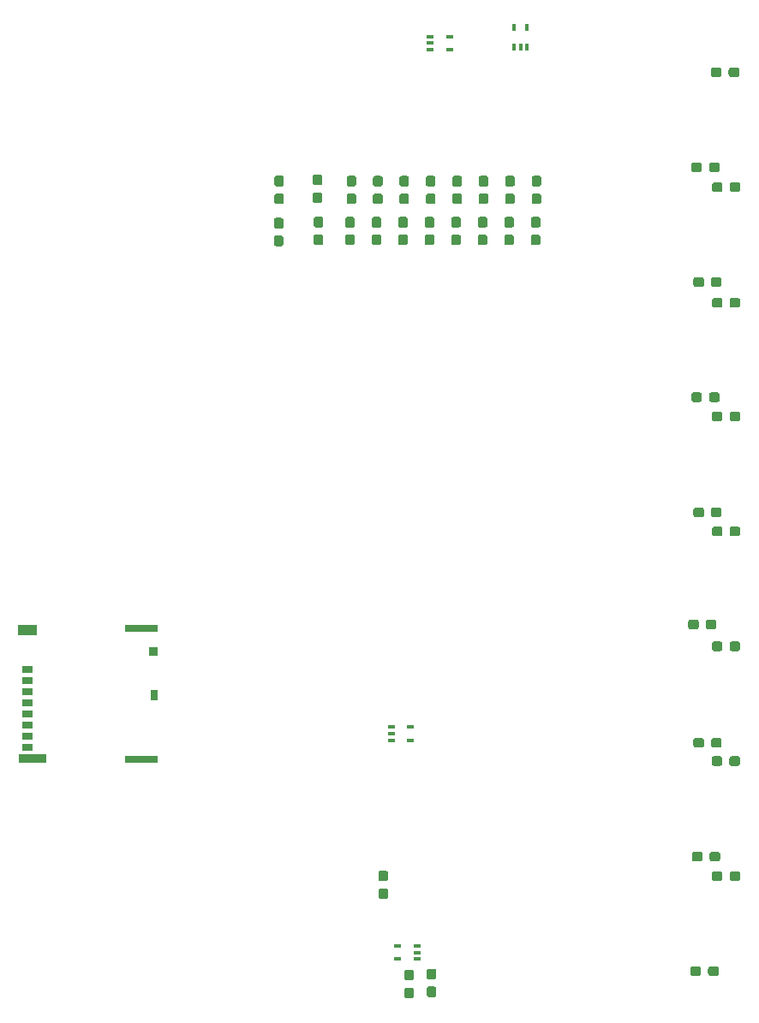
<source format=gbr>
G04 #@! TF.GenerationSoftware,KiCad,Pcbnew,(5.1.0)-1*
G04 #@! TF.CreationDate,2019-05-24T17:58:47+02:00*
G04 #@! TF.ProjectId,TiN_analog_sensor_emulation,54694e5f-616e-4616-9c6f-675f73656e73,rev?*
G04 #@! TF.SameCoordinates,Original*
G04 #@! TF.FileFunction,Paste,Bot*
G04 #@! TF.FilePolarity,Positive*
%FSLAX46Y46*%
G04 Gerber Fmt 4.6, Leading zero omitted, Abs format (unit mm)*
G04 Created by KiCad (PCBNEW (5.1.0)-1) date 2019-05-24 17:58:47*
%MOMM*%
%LPD*%
G04 APERTURE LIST*
%ADD10R,0.780000X1.050000*%
%ADD11R,0.930000X0.900000*%
%ADD12R,3.330000X0.700000*%
%ADD13R,2.800000X0.860000*%
%ADD14R,1.830000X1.140000*%
%ADD15R,1.100000X0.700000*%
%ADD16R,0.650000X0.400000*%
%ADD17R,0.400000X0.650000*%
%ADD18C,0.100000*%
%ADD19C,0.950000*%
G04 APERTURE END LIST*
D10*
X111309000Y-117443000D03*
D11*
X111234000Y-113178000D03*
D12*
X110034000Y-123828000D03*
X110034000Y-110868000D03*
D13*
X99269000Y-123748000D03*
D14*
X98784000Y-111088000D03*
D15*
X98769000Y-122668000D03*
X98769000Y-121568000D03*
X98769000Y-120468000D03*
X98769000Y-119368000D03*
X98769000Y-118268000D03*
X98769000Y-117168000D03*
X98769000Y-116068000D03*
X98769000Y-114968000D03*
D16*
X136649500Y-121935000D03*
X136649500Y-120635000D03*
X134749500Y-121285000D03*
X134749500Y-120635000D03*
X134749500Y-121935000D03*
X140497600Y-53634400D03*
X140497600Y-52334400D03*
X138597600Y-52984400D03*
X138597600Y-52334400D03*
X138597600Y-53634400D03*
D17*
X148173200Y-51450200D03*
X146873200Y-51450200D03*
X147523200Y-53350200D03*
X146873200Y-53350200D03*
X148173200Y-53350200D03*
D18*
G36*
X138995579Y-144549544D02*
G01*
X139018634Y-144552963D01*
X139041243Y-144558627D01*
X139063187Y-144566479D01*
X139084257Y-144576444D01*
X139104248Y-144588426D01*
X139122968Y-144602310D01*
X139140238Y-144617962D01*
X139155890Y-144635232D01*
X139169774Y-144653952D01*
X139181756Y-144673943D01*
X139191721Y-144695013D01*
X139199573Y-144716957D01*
X139205237Y-144739566D01*
X139208656Y-144762621D01*
X139209800Y-144785900D01*
X139209800Y-145360900D01*
X139208656Y-145384179D01*
X139205237Y-145407234D01*
X139199573Y-145429843D01*
X139191721Y-145451787D01*
X139181756Y-145472857D01*
X139169774Y-145492848D01*
X139155890Y-145511568D01*
X139140238Y-145528838D01*
X139122968Y-145544490D01*
X139104248Y-145558374D01*
X139084257Y-145570356D01*
X139063187Y-145580321D01*
X139041243Y-145588173D01*
X139018634Y-145593837D01*
X138995579Y-145597256D01*
X138972300Y-145598400D01*
X138497300Y-145598400D01*
X138474021Y-145597256D01*
X138450966Y-145593837D01*
X138428357Y-145588173D01*
X138406413Y-145580321D01*
X138385343Y-145570356D01*
X138365352Y-145558374D01*
X138346632Y-145544490D01*
X138329362Y-145528838D01*
X138313710Y-145511568D01*
X138299826Y-145492848D01*
X138287844Y-145472857D01*
X138277879Y-145451787D01*
X138270027Y-145429843D01*
X138264363Y-145407234D01*
X138260944Y-145384179D01*
X138259800Y-145360900D01*
X138259800Y-144785900D01*
X138260944Y-144762621D01*
X138264363Y-144739566D01*
X138270027Y-144716957D01*
X138277879Y-144695013D01*
X138287844Y-144673943D01*
X138299826Y-144653952D01*
X138313710Y-144635232D01*
X138329362Y-144617962D01*
X138346632Y-144602310D01*
X138365352Y-144588426D01*
X138385343Y-144576444D01*
X138406413Y-144566479D01*
X138428357Y-144558627D01*
X138450966Y-144552963D01*
X138474021Y-144549544D01*
X138497300Y-144548400D01*
X138972300Y-144548400D01*
X138995579Y-144549544D01*
X138995579Y-144549544D01*
G37*
D19*
X138734800Y-145073400D03*
D18*
G36*
X138995579Y-146299544D02*
G01*
X139018634Y-146302963D01*
X139041243Y-146308627D01*
X139063187Y-146316479D01*
X139084257Y-146326444D01*
X139104248Y-146338426D01*
X139122968Y-146352310D01*
X139140238Y-146367962D01*
X139155890Y-146385232D01*
X139169774Y-146403952D01*
X139181756Y-146423943D01*
X139191721Y-146445013D01*
X139199573Y-146466957D01*
X139205237Y-146489566D01*
X139208656Y-146512621D01*
X139209800Y-146535900D01*
X139209800Y-147110900D01*
X139208656Y-147134179D01*
X139205237Y-147157234D01*
X139199573Y-147179843D01*
X139191721Y-147201787D01*
X139181756Y-147222857D01*
X139169774Y-147242848D01*
X139155890Y-147261568D01*
X139140238Y-147278838D01*
X139122968Y-147294490D01*
X139104248Y-147308374D01*
X139084257Y-147320356D01*
X139063187Y-147330321D01*
X139041243Y-147338173D01*
X139018634Y-147343837D01*
X138995579Y-147347256D01*
X138972300Y-147348400D01*
X138497300Y-147348400D01*
X138474021Y-147347256D01*
X138450966Y-147343837D01*
X138428357Y-147338173D01*
X138406413Y-147330321D01*
X138385343Y-147320356D01*
X138365352Y-147308374D01*
X138346632Y-147294490D01*
X138329362Y-147278838D01*
X138313710Y-147261568D01*
X138299826Y-147242848D01*
X138287844Y-147222857D01*
X138277879Y-147201787D01*
X138270027Y-147179843D01*
X138264363Y-147157234D01*
X138260944Y-147134179D01*
X138259800Y-147110900D01*
X138259800Y-146535900D01*
X138260944Y-146512621D01*
X138264363Y-146489566D01*
X138270027Y-146466957D01*
X138277879Y-146445013D01*
X138287844Y-146423943D01*
X138299826Y-146403952D01*
X138313710Y-146385232D01*
X138329362Y-146367962D01*
X138346632Y-146352310D01*
X138365352Y-146338426D01*
X138385343Y-146326444D01*
X138406413Y-146316479D01*
X138428357Y-146308627D01*
X138450966Y-146302963D01*
X138474021Y-146299544D01*
X138497300Y-146298400D01*
X138972300Y-146298400D01*
X138995579Y-146299544D01*
X138995579Y-146299544D01*
G37*
D19*
X138734800Y-146823400D03*
D18*
G36*
X136785779Y-146401144D02*
G01*
X136808834Y-146404563D01*
X136831443Y-146410227D01*
X136853387Y-146418079D01*
X136874457Y-146428044D01*
X136894448Y-146440026D01*
X136913168Y-146453910D01*
X136930438Y-146469562D01*
X136946090Y-146486832D01*
X136959974Y-146505552D01*
X136971956Y-146525543D01*
X136981921Y-146546613D01*
X136989773Y-146568557D01*
X136995437Y-146591166D01*
X136998856Y-146614221D01*
X137000000Y-146637500D01*
X137000000Y-147212500D01*
X136998856Y-147235779D01*
X136995437Y-147258834D01*
X136989773Y-147281443D01*
X136981921Y-147303387D01*
X136971956Y-147324457D01*
X136959974Y-147344448D01*
X136946090Y-147363168D01*
X136930438Y-147380438D01*
X136913168Y-147396090D01*
X136894448Y-147409974D01*
X136874457Y-147421956D01*
X136853387Y-147431921D01*
X136831443Y-147439773D01*
X136808834Y-147445437D01*
X136785779Y-147448856D01*
X136762500Y-147450000D01*
X136287500Y-147450000D01*
X136264221Y-147448856D01*
X136241166Y-147445437D01*
X136218557Y-147439773D01*
X136196613Y-147431921D01*
X136175543Y-147421956D01*
X136155552Y-147409974D01*
X136136832Y-147396090D01*
X136119562Y-147380438D01*
X136103910Y-147363168D01*
X136090026Y-147344448D01*
X136078044Y-147324457D01*
X136068079Y-147303387D01*
X136060227Y-147281443D01*
X136054563Y-147258834D01*
X136051144Y-147235779D01*
X136050000Y-147212500D01*
X136050000Y-146637500D01*
X136051144Y-146614221D01*
X136054563Y-146591166D01*
X136060227Y-146568557D01*
X136068079Y-146546613D01*
X136078044Y-146525543D01*
X136090026Y-146505552D01*
X136103910Y-146486832D01*
X136119562Y-146469562D01*
X136136832Y-146453910D01*
X136155552Y-146440026D01*
X136175543Y-146428044D01*
X136196613Y-146418079D01*
X136218557Y-146410227D01*
X136241166Y-146404563D01*
X136264221Y-146401144D01*
X136287500Y-146400000D01*
X136762500Y-146400000D01*
X136785779Y-146401144D01*
X136785779Y-146401144D01*
G37*
D19*
X136525000Y-146925000D03*
D18*
G36*
X136785779Y-144651144D02*
G01*
X136808834Y-144654563D01*
X136831443Y-144660227D01*
X136853387Y-144668079D01*
X136874457Y-144678044D01*
X136894448Y-144690026D01*
X136913168Y-144703910D01*
X136930438Y-144719562D01*
X136946090Y-144736832D01*
X136959974Y-144755552D01*
X136971956Y-144775543D01*
X136981921Y-144796613D01*
X136989773Y-144818557D01*
X136995437Y-144841166D01*
X136998856Y-144864221D01*
X137000000Y-144887500D01*
X137000000Y-145462500D01*
X136998856Y-145485779D01*
X136995437Y-145508834D01*
X136989773Y-145531443D01*
X136981921Y-145553387D01*
X136971956Y-145574457D01*
X136959974Y-145594448D01*
X136946090Y-145613168D01*
X136930438Y-145630438D01*
X136913168Y-145646090D01*
X136894448Y-145659974D01*
X136874457Y-145671956D01*
X136853387Y-145681921D01*
X136831443Y-145689773D01*
X136808834Y-145695437D01*
X136785779Y-145698856D01*
X136762500Y-145700000D01*
X136287500Y-145700000D01*
X136264221Y-145698856D01*
X136241166Y-145695437D01*
X136218557Y-145689773D01*
X136196613Y-145681921D01*
X136175543Y-145671956D01*
X136155552Y-145659974D01*
X136136832Y-145646090D01*
X136119562Y-145630438D01*
X136103910Y-145613168D01*
X136090026Y-145594448D01*
X136078044Y-145574457D01*
X136068079Y-145553387D01*
X136060227Y-145531443D01*
X136054563Y-145508834D01*
X136051144Y-145485779D01*
X136050000Y-145462500D01*
X136050000Y-144887500D01*
X136051144Y-144864221D01*
X136054563Y-144841166D01*
X136060227Y-144818557D01*
X136068079Y-144796613D01*
X136078044Y-144775543D01*
X136090026Y-144755552D01*
X136103910Y-144736832D01*
X136119562Y-144719562D01*
X136136832Y-144703910D01*
X136155552Y-144690026D01*
X136175543Y-144678044D01*
X136196613Y-144668079D01*
X136218557Y-144660227D01*
X136241166Y-144654563D01*
X136264221Y-144651144D01*
X136287500Y-144650000D01*
X136762500Y-144650000D01*
X136785779Y-144651144D01*
X136785779Y-144651144D01*
G37*
D19*
X136525000Y-145175000D03*
D18*
G36*
X134220379Y-134846744D02*
G01*
X134243434Y-134850163D01*
X134266043Y-134855827D01*
X134287987Y-134863679D01*
X134309057Y-134873644D01*
X134329048Y-134885626D01*
X134347768Y-134899510D01*
X134365038Y-134915162D01*
X134380690Y-134932432D01*
X134394574Y-134951152D01*
X134406556Y-134971143D01*
X134416521Y-134992213D01*
X134424373Y-135014157D01*
X134430037Y-135036766D01*
X134433456Y-135059821D01*
X134434600Y-135083100D01*
X134434600Y-135658100D01*
X134433456Y-135681379D01*
X134430037Y-135704434D01*
X134424373Y-135727043D01*
X134416521Y-135748987D01*
X134406556Y-135770057D01*
X134394574Y-135790048D01*
X134380690Y-135808768D01*
X134365038Y-135826038D01*
X134347768Y-135841690D01*
X134329048Y-135855574D01*
X134309057Y-135867556D01*
X134287987Y-135877521D01*
X134266043Y-135885373D01*
X134243434Y-135891037D01*
X134220379Y-135894456D01*
X134197100Y-135895600D01*
X133722100Y-135895600D01*
X133698821Y-135894456D01*
X133675766Y-135891037D01*
X133653157Y-135885373D01*
X133631213Y-135877521D01*
X133610143Y-135867556D01*
X133590152Y-135855574D01*
X133571432Y-135841690D01*
X133554162Y-135826038D01*
X133538510Y-135808768D01*
X133524626Y-135790048D01*
X133512644Y-135770057D01*
X133502679Y-135748987D01*
X133494827Y-135727043D01*
X133489163Y-135704434D01*
X133485744Y-135681379D01*
X133484600Y-135658100D01*
X133484600Y-135083100D01*
X133485744Y-135059821D01*
X133489163Y-135036766D01*
X133494827Y-135014157D01*
X133502679Y-134992213D01*
X133512644Y-134971143D01*
X133524626Y-134951152D01*
X133538510Y-134932432D01*
X133554162Y-134915162D01*
X133571432Y-134899510D01*
X133590152Y-134885626D01*
X133610143Y-134873644D01*
X133631213Y-134863679D01*
X133653157Y-134855827D01*
X133675766Y-134850163D01*
X133698821Y-134846744D01*
X133722100Y-134845600D01*
X134197100Y-134845600D01*
X134220379Y-134846744D01*
X134220379Y-134846744D01*
G37*
D19*
X133959600Y-135370600D03*
D18*
G36*
X134220379Y-136596744D02*
G01*
X134243434Y-136600163D01*
X134266043Y-136605827D01*
X134287987Y-136613679D01*
X134309057Y-136623644D01*
X134329048Y-136635626D01*
X134347768Y-136649510D01*
X134365038Y-136665162D01*
X134380690Y-136682432D01*
X134394574Y-136701152D01*
X134406556Y-136721143D01*
X134416521Y-136742213D01*
X134424373Y-136764157D01*
X134430037Y-136786766D01*
X134433456Y-136809821D01*
X134434600Y-136833100D01*
X134434600Y-137408100D01*
X134433456Y-137431379D01*
X134430037Y-137454434D01*
X134424373Y-137477043D01*
X134416521Y-137498987D01*
X134406556Y-137520057D01*
X134394574Y-137540048D01*
X134380690Y-137558768D01*
X134365038Y-137576038D01*
X134347768Y-137591690D01*
X134329048Y-137605574D01*
X134309057Y-137617556D01*
X134287987Y-137627521D01*
X134266043Y-137635373D01*
X134243434Y-137641037D01*
X134220379Y-137644456D01*
X134197100Y-137645600D01*
X133722100Y-137645600D01*
X133698821Y-137644456D01*
X133675766Y-137641037D01*
X133653157Y-137635373D01*
X133631213Y-137627521D01*
X133610143Y-137617556D01*
X133590152Y-137605574D01*
X133571432Y-137591690D01*
X133554162Y-137576038D01*
X133538510Y-137558768D01*
X133524626Y-137540048D01*
X133512644Y-137520057D01*
X133502679Y-137498987D01*
X133494827Y-137477043D01*
X133489163Y-137454434D01*
X133485744Y-137431379D01*
X133484600Y-137408100D01*
X133484600Y-136833100D01*
X133485744Y-136809821D01*
X133489163Y-136786766D01*
X133494827Y-136764157D01*
X133502679Y-136742213D01*
X133512644Y-136721143D01*
X133524626Y-136701152D01*
X133538510Y-136682432D01*
X133554162Y-136665162D01*
X133571432Y-136649510D01*
X133590152Y-136635626D01*
X133610143Y-136623644D01*
X133631213Y-136613679D01*
X133653157Y-136605827D01*
X133675766Y-136600163D01*
X133698821Y-136596744D01*
X133722100Y-136595600D01*
X134197100Y-136595600D01*
X134220379Y-136596744D01*
X134220379Y-136596744D01*
G37*
D19*
X133959600Y-137120600D03*
D18*
G36*
X130931079Y-71941044D02*
G01*
X130954134Y-71944463D01*
X130976743Y-71950127D01*
X130998687Y-71957979D01*
X131019757Y-71967944D01*
X131039748Y-71979926D01*
X131058468Y-71993810D01*
X131075738Y-72009462D01*
X131091390Y-72026732D01*
X131105274Y-72045452D01*
X131117256Y-72065443D01*
X131127221Y-72086513D01*
X131135073Y-72108457D01*
X131140737Y-72131066D01*
X131144156Y-72154121D01*
X131145300Y-72177400D01*
X131145300Y-72752400D01*
X131144156Y-72775679D01*
X131140737Y-72798734D01*
X131135073Y-72821343D01*
X131127221Y-72843287D01*
X131117256Y-72864357D01*
X131105274Y-72884348D01*
X131091390Y-72903068D01*
X131075738Y-72920338D01*
X131058468Y-72935990D01*
X131039748Y-72949874D01*
X131019757Y-72961856D01*
X130998687Y-72971821D01*
X130976743Y-72979673D01*
X130954134Y-72985337D01*
X130931079Y-72988756D01*
X130907800Y-72989900D01*
X130432800Y-72989900D01*
X130409521Y-72988756D01*
X130386466Y-72985337D01*
X130363857Y-72979673D01*
X130341913Y-72971821D01*
X130320843Y-72961856D01*
X130300852Y-72949874D01*
X130282132Y-72935990D01*
X130264862Y-72920338D01*
X130249210Y-72903068D01*
X130235326Y-72884348D01*
X130223344Y-72864357D01*
X130213379Y-72843287D01*
X130205527Y-72821343D01*
X130199863Y-72798734D01*
X130196444Y-72775679D01*
X130195300Y-72752400D01*
X130195300Y-72177400D01*
X130196444Y-72154121D01*
X130199863Y-72131066D01*
X130205527Y-72108457D01*
X130213379Y-72086513D01*
X130223344Y-72065443D01*
X130235326Y-72045452D01*
X130249210Y-72026732D01*
X130264862Y-72009462D01*
X130282132Y-71993810D01*
X130300852Y-71979926D01*
X130320843Y-71967944D01*
X130341913Y-71957979D01*
X130363857Y-71950127D01*
X130386466Y-71944463D01*
X130409521Y-71941044D01*
X130432800Y-71939900D01*
X130907800Y-71939900D01*
X130931079Y-71941044D01*
X130931079Y-71941044D01*
G37*
D19*
X130670300Y-72464900D03*
D18*
G36*
X130931079Y-70191044D02*
G01*
X130954134Y-70194463D01*
X130976743Y-70200127D01*
X130998687Y-70207979D01*
X131019757Y-70217944D01*
X131039748Y-70229926D01*
X131058468Y-70243810D01*
X131075738Y-70259462D01*
X131091390Y-70276732D01*
X131105274Y-70295452D01*
X131117256Y-70315443D01*
X131127221Y-70336513D01*
X131135073Y-70358457D01*
X131140737Y-70381066D01*
X131144156Y-70404121D01*
X131145300Y-70427400D01*
X131145300Y-71002400D01*
X131144156Y-71025679D01*
X131140737Y-71048734D01*
X131135073Y-71071343D01*
X131127221Y-71093287D01*
X131117256Y-71114357D01*
X131105274Y-71134348D01*
X131091390Y-71153068D01*
X131075738Y-71170338D01*
X131058468Y-71185990D01*
X131039748Y-71199874D01*
X131019757Y-71211856D01*
X130998687Y-71221821D01*
X130976743Y-71229673D01*
X130954134Y-71235337D01*
X130931079Y-71238756D01*
X130907800Y-71239900D01*
X130432800Y-71239900D01*
X130409521Y-71238756D01*
X130386466Y-71235337D01*
X130363857Y-71229673D01*
X130341913Y-71221821D01*
X130320843Y-71211856D01*
X130300852Y-71199874D01*
X130282132Y-71185990D01*
X130264862Y-71170338D01*
X130249210Y-71153068D01*
X130235326Y-71134348D01*
X130223344Y-71114357D01*
X130213379Y-71093287D01*
X130205527Y-71071343D01*
X130199863Y-71048734D01*
X130196444Y-71025679D01*
X130195300Y-71002400D01*
X130195300Y-70427400D01*
X130196444Y-70404121D01*
X130199863Y-70381066D01*
X130205527Y-70358457D01*
X130213379Y-70336513D01*
X130223344Y-70315443D01*
X130235326Y-70295452D01*
X130249210Y-70276732D01*
X130264862Y-70259462D01*
X130282132Y-70243810D01*
X130300852Y-70229926D01*
X130320843Y-70217944D01*
X130341913Y-70207979D01*
X130363857Y-70200127D01*
X130386466Y-70194463D01*
X130409521Y-70191044D01*
X130432800Y-70189900D01*
X130907800Y-70189900D01*
X130931079Y-70191044D01*
X130931079Y-70191044D01*
G37*
D19*
X130670300Y-70714900D03*
D18*
G36*
X131070779Y-67877044D02*
G01*
X131093834Y-67880463D01*
X131116443Y-67886127D01*
X131138387Y-67893979D01*
X131159457Y-67903944D01*
X131179448Y-67915926D01*
X131198168Y-67929810D01*
X131215438Y-67945462D01*
X131231090Y-67962732D01*
X131244974Y-67981452D01*
X131256956Y-68001443D01*
X131266921Y-68022513D01*
X131274773Y-68044457D01*
X131280437Y-68067066D01*
X131283856Y-68090121D01*
X131285000Y-68113400D01*
X131285000Y-68688400D01*
X131283856Y-68711679D01*
X131280437Y-68734734D01*
X131274773Y-68757343D01*
X131266921Y-68779287D01*
X131256956Y-68800357D01*
X131244974Y-68820348D01*
X131231090Y-68839068D01*
X131215438Y-68856338D01*
X131198168Y-68871990D01*
X131179448Y-68885874D01*
X131159457Y-68897856D01*
X131138387Y-68907821D01*
X131116443Y-68915673D01*
X131093834Y-68921337D01*
X131070779Y-68924756D01*
X131047500Y-68925900D01*
X130572500Y-68925900D01*
X130549221Y-68924756D01*
X130526166Y-68921337D01*
X130503557Y-68915673D01*
X130481613Y-68907821D01*
X130460543Y-68897856D01*
X130440552Y-68885874D01*
X130421832Y-68871990D01*
X130404562Y-68856338D01*
X130388910Y-68839068D01*
X130375026Y-68820348D01*
X130363044Y-68800357D01*
X130353079Y-68779287D01*
X130345227Y-68757343D01*
X130339563Y-68734734D01*
X130336144Y-68711679D01*
X130335000Y-68688400D01*
X130335000Y-68113400D01*
X130336144Y-68090121D01*
X130339563Y-68067066D01*
X130345227Y-68044457D01*
X130353079Y-68022513D01*
X130363044Y-68001443D01*
X130375026Y-67981452D01*
X130388910Y-67962732D01*
X130404562Y-67945462D01*
X130421832Y-67929810D01*
X130440552Y-67915926D01*
X130460543Y-67903944D01*
X130481613Y-67893979D01*
X130503557Y-67886127D01*
X130526166Y-67880463D01*
X130549221Y-67877044D01*
X130572500Y-67875900D01*
X131047500Y-67875900D01*
X131070779Y-67877044D01*
X131070779Y-67877044D01*
G37*
D19*
X130810000Y-68400900D03*
D18*
G36*
X131070779Y-66127044D02*
G01*
X131093834Y-66130463D01*
X131116443Y-66136127D01*
X131138387Y-66143979D01*
X131159457Y-66153944D01*
X131179448Y-66165926D01*
X131198168Y-66179810D01*
X131215438Y-66195462D01*
X131231090Y-66212732D01*
X131244974Y-66231452D01*
X131256956Y-66251443D01*
X131266921Y-66272513D01*
X131274773Y-66294457D01*
X131280437Y-66317066D01*
X131283856Y-66340121D01*
X131285000Y-66363400D01*
X131285000Y-66938400D01*
X131283856Y-66961679D01*
X131280437Y-66984734D01*
X131274773Y-67007343D01*
X131266921Y-67029287D01*
X131256956Y-67050357D01*
X131244974Y-67070348D01*
X131231090Y-67089068D01*
X131215438Y-67106338D01*
X131198168Y-67121990D01*
X131179448Y-67135874D01*
X131159457Y-67147856D01*
X131138387Y-67157821D01*
X131116443Y-67165673D01*
X131093834Y-67171337D01*
X131070779Y-67174756D01*
X131047500Y-67175900D01*
X130572500Y-67175900D01*
X130549221Y-67174756D01*
X130526166Y-67171337D01*
X130503557Y-67165673D01*
X130481613Y-67157821D01*
X130460543Y-67147856D01*
X130440552Y-67135874D01*
X130421832Y-67121990D01*
X130404562Y-67106338D01*
X130388910Y-67089068D01*
X130375026Y-67070348D01*
X130363044Y-67050357D01*
X130353079Y-67029287D01*
X130345227Y-67007343D01*
X130339563Y-66984734D01*
X130336144Y-66961679D01*
X130335000Y-66938400D01*
X130335000Y-66363400D01*
X130336144Y-66340121D01*
X130339563Y-66317066D01*
X130345227Y-66294457D01*
X130353079Y-66272513D01*
X130363044Y-66251443D01*
X130375026Y-66231452D01*
X130388910Y-66212732D01*
X130404562Y-66195462D01*
X130421832Y-66179810D01*
X130440552Y-66165926D01*
X130460543Y-66153944D01*
X130481613Y-66143979D01*
X130503557Y-66136127D01*
X130526166Y-66130463D01*
X130549221Y-66127044D01*
X130572500Y-66125900D01*
X131047500Y-66125900D01*
X131070779Y-66127044D01*
X131070779Y-66127044D01*
G37*
D19*
X130810000Y-66650900D03*
D18*
G36*
X133552721Y-71941044D02*
G01*
X133575776Y-71944463D01*
X133598385Y-71950127D01*
X133620329Y-71957979D01*
X133641399Y-71967944D01*
X133661390Y-71979926D01*
X133680110Y-71993810D01*
X133697380Y-72009462D01*
X133713032Y-72026732D01*
X133726916Y-72045452D01*
X133738898Y-72065443D01*
X133748863Y-72086513D01*
X133756715Y-72108457D01*
X133762379Y-72131066D01*
X133765798Y-72154121D01*
X133766942Y-72177400D01*
X133766942Y-72752400D01*
X133765798Y-72775679D01*
X133762379Y-72798734D01*
X133756715Y-72821343D01*
X133748863Y-72843287D01*
X133738898Y-72864357D01*
X133726916Y-72884348D01*
X133713032Y-72903068D01*
X133697380Y-72920338D01*
X133680110Y-72935990D01*
X133661390Y-72949874D01*
X133641399Y-72961856D01*
X133620329Y-72971821D01*
X133598385Y-72979673D01*
X133575776Y-72985337D01*
X133552721Y-72988756D01*
X133529442Y-72989900D01*
X133054442Y-72989900D01*
X133031163Y-72988756D01*
X133008108Y-72985337D01*
X132985499Y-72979673D01*
X132963555Y-72971821D01*
X132942485Y-72961856D01*
X132922494Y-72949874D01*
X132903774Y-72935990D01*
X132886504Y-72920338D01*
X132870852Y-72903068D01*
X132856968Y-72884348D01*
X132844986Y-72864357D01*
X132835021Y-72843287D01*
X132827169Y-72821343D01*
X132821505Y-72798734D01*
X132818086Y-72775679D01*
X132816942Y-72752400D01*
X132816942Y-72177400D01*
X132818086Y-72154121D01*
X132821505Y-72131066D01*
X132827169Y-72108457D01*
X132835021Y-72086513D01*
X132844986Y-72065443D01*
X132856968Y-72045452D01*
X132870852Y-72026732D01*
X132886504Y-72009462D01*
X132903774Y-71993810D01*
X132922494Y-71979926D01*
X132942485Y-71967944D01*
X132963555Y-71957979D01*
X132985499Y-71950127D01*
X133008108Y-71944463D01*
X133031163Y-71941044D01*
X133054442Y-71939900D01*
X133529442Y-71939900D01*
X133552721Y-71941044D01*
X133552721Y-71941044D01*
G37*
D19*
X133291942Y-72464900D03*
D18*
G36*
X133552721Y-70191044D02*
G01*
X133575776Y-70194463D01*
X133598385Y-70200127D01*
X133620329Y-70207979D01*
X133641399Y-70217944D01*
X133661390Y-70229926D01*
X133680110Y-70243810D01*
X133697380Y-70259462D01*
X133713032Y-70276732D01*
X133726916Y-70295452D01*
X133738898Y-70315443D01*
X133748863Y-70336513D01*
X133756715Y-70358457D01*
X133762379Y-70381066D01*
X133765798Y-70404121D01*
X133766942Y-70427400D01*
X133766942Y-71002400D01*
X133765798Y-71025679D01*
X133762379Y-71048734D01*
X133756715Y-71071343D01*
X133748863Y-71093287D01*
X133738898Y-71114357D01*
X133726916Y-71134348D01*
X133713032Y-71153068D01*
X133697380Y-71170338D01*
X133680110Y-71185990D01*
X133661390Y-71199874D01*
X133641399Y-71211856D01*
X133620329Y-71221821D01*
X133598385Y-71229673D01*
X133575776Y-71235337D01*
X133552721Y-71238756D01*
X133529442Y-71239900D01*
X133054442Y-71239900D01*
X133031163Y-71238756D01*
X133008108Y-71235337D01*
X132985499Y-71229673D01*
X132963555Y-71221821D01*
X132942485Y-71211856D01*
X132922494Y-71199874D01*
X132903774Y-71185990D01*
X132886504Y-71170338D01*
X132870852Y-71153068D01*
X132856968Y-71134348D01*
X132844986Y-71114357D01*
X132835021Y-71093287D01*
X132827169Y-71071343D01*
X132821505Y-71048734D01*
X132818086Y-71025679D01*
X132816942Y-71002400D01*
X132816942Y-70427400D01*
X132818086Y-70404121D01*
X132821505Y-70381066D01*
X132827169Y-70358457D01*
X132835021Y-70336513D01*
X132844986Y-70315443D01*
X132856968Y-70295452D01*
X132870852Y-70276732D01*
X132886504Y-70259462D01*
X132903774Y-70243810D01*
X132922494Y-70229926D01*
X132942485Y-70217944D01*
X132963555Y-70207979D01*
X132985499Y-70200127D01*
X133008108Y-70194463D01*
X133031163Y-70191044D01*
X133054442Y-70189900D01*
X133529442Y-70189900D01*
X133552721Y-70191044D01*
X133552721Y-70191044D01*
G37*
D19*
X133291942Y-70714900D03*
D18*
G36*
X133683350Y-67877044D02*
G01*
X133706405Y-67880463D01*
X133729014Y-67886127D01*
X133750958Y-67893979D01*
X133772028Y-67903944D01*
X133792019Y-67915926D01*
X133810739Y-67929810D01*
X133828009Y-67945462D01*
X133843661Y-67962732D01*
X133857545Y-67981452D01*
X133869527Y-68001443D01*
X133879492Y-68022513D01*
X133887344Y-68044457D01*
X133893008Y-68067066D01*
X133896427Y-68090121D01*
X133897571Y-68113400D01*
X133897571Y-68688400D01*
X133896427Y-68711679D01*
X133893008Y-68734734D01*
X133887344Y-68757343D01*
X133879492Y-68779287D01*
X133869527Y-68800357D01*
X133857545Y-68820348D01*
X133843661Y-68839068D01*
X133828009Y-68856338D01*
X133810739Y-68871990D01*
X133792019Y-68885874D01*
X133772028Y-68897856D01*
X133750958Y-68907821D01*
X133729014Y-68915673D01*
X133706405Y-68921337D01*
X133683350Y-68924756D01*
X133660071Y-68925900D01*
X133185071Y-68925900D01*
X133161792Y-68924756D01*
X133138737Y-68921337D01*
X133116128Y-68915673D01*
X133094184Y-68907821D01*
X133073114Y-68897856D01*
X133053123Y-68885874D01*
X133034403Y-68871990D01*
X133017133Y-68856338D01*
X133001481Y-68839068D01*
X132987597Y-68820348D01*
X132975615Y-68800357D01*
X132965650Y-68779287D01*
X132957798Y-68757343D01*
X132952134Y-68734734D01*
X132948715Y-68711679D01*
X132947571Y-68688400D01*
X132947571Y-68113400D01*
X132948715Y-68090121D01*
X132952134Y-68067066D01*
X132957798Y-68044457D01*
X132965650Y-68022513D01*
X132975615Y-68001443D01*
X132987597Y-67981452D01*
X133001481Y-67962732D01*
X133017133Y-67945462D01*
X133034403Y-67929810D01*
X133053123Y-67915926D01*
X133073114Y-67903944D01*
X133094184Y-67893979D01*
X133116128Y-67886127D01*
X133138737Y-67880463D01*
X133161792Y-67877044D01*
X133185071Y-67875900D01*
X133660071Y-67875900D01*
X133683350Y-67877044D01*
X133683350Y-67877044D01*
G37*
D19*
X133422571Y-68400900D03*
D18*
G36*
X133683350Y-66127044D02*
G01*
X133706405Y-66130463D01*
X133729014Y-66136127D01*
X133750958Y-66143979D01*
X133772028Y-66153944D01*
X133792019Y-66165926D01*
X133810739Y-66179810D01*
X133828009Y-66195462D01*
X133843661Y-66212732D01*
X133857545Y-66231452D01*
X133869527Y-66251443D01*
X133879492Y-66272513D01*
X133887344Y-66294457D01*
X133893008Y-66317066D01*
X133896427Y-66340121D01*
X133897571Y-66363400D01*
X133897571Y-66938400D01*
X133896427Y-66961679D01*
X133893008Y-66984734D01*
X133887344Y-67007343D01*
X133879492Y-67029287D01*
X133869527Y-67050357D01*
X133857545Y-67070348D01*
X133843661Y-67089068D01*
X133828009Y-67106338D01*
X133810739Y-67121990D01*
X133792019Y-67135874D01*
X133772028Y-67147856D01*
X133750958Y-67157821D01*
X133729014Y-67165673D01*
X133706405Y-67171337D01*
X133683350Y-67174756D01*
X133660071Y-67175900D01*
X133185071Y-67175900D01*
X133161792Y-67174756D01*
X133138737Y-67171337D01*
X133116128Y-67165673D01*
X133094184Y-67157821D01*
X133073114Y-67147856D01*
X133053123Y-67135874D01*
X133034403Y-67121990D01*
X133017133Y-67106338D01*
X133001481Y-67089068D01*
X132987597Y-67070348D01*
X132975615Y-67050357D01*
X132965650Y-67029287D01*
X132957798Y-67007343D01*
X132952134Y-66984734D01*
X132948715Y-66961679D01*
X132947571Y-66938400D01*
X132947571Y-66363400D01*
X132948715Y-66340121D01*
X132952134Y-66317066D01*
X132957798Y-66294457D01*
X132965650Y-66272513D01*
X132975615Y-66251443D01*
X132987597Y-66231452D01*
X133001481Y-66212732D01*
X133017133Y-66195462D01*
X133034403Y-66179810D01*
X133053123Y-66165926D01*
X133073114Y-66153944D01*
X133094184Y-66143979D01*
X133116128Y-66136127D01*
X133138737Y-66130463D01*
X133161792Y-66127044D01*
X133185071Y-66125900D01*
X133660071Y-66125900D01*
X133683350Y-66127044D01*
X133683350Y-66127044D01*
G37*
D19*
X133422571Y-66650900D03*
D18*
G36*
X136174363Y-71941044D02*
G01*
X136197418Y-71944463D01*
X136220027Y-71950127D01*
X136241971Y-71957979D01*
X136263041Y-71967944D01*
X136283032Y-71979926D01*
X136301752Y-71993810D01*
X136319022Y-72009462D01*
X136334674Y-72026732D01*
X136348558Y-72045452D01*
X136360540Y-72065443D01*
X136370505Y-72086513D01*
X136378357Y-72108457D01*
X136384021Y-72131066D01*
X136387440Y-72154121D01*
X136388584Y-72177400D01*
X136388584Y-72752400D01*
X136387440Y-72775679D01*
X136384021Y-72798734D01*
X136378357Y-72821343D01*
X136370505Y-72843287D01*
X136360540Y-72864357D01*
X136348558Y-72884348D01*
X136334674Y-72903068D01*
X136319022Y-72920338D01*
X136301752Y-72935990D01*
X136283032Y-72949874D01*
X136263041Y-72961856D01*
X136241971Y-72971821D01*
X136220027Y-72979673D01*
X136197418Y-72985337D01*
X136174363Y-72988756D01*
X136151084Y-72989900D01*
X135676084Y-72989900D01*
X135652805Y-72988756D01*
X135629750Y-72985337D01*
X135607141Y-72979673D01*
X135585197Y-72971821D01*
X135564127Y-72961856D01*
X135544136Y-72949874D01*
X135525416Y-72935990D01*
X135508146Y-72920338D01*
X135492494Y-72903068D01*
X135478610Y-72884348D01*
X135466628Y-72864357D01*
X135456663Y-72843287D01*
X135448811Y-72821343D01*
X135443147Y-72798734D01*
X135439728Y-72775679D01*
X135438584Y-72752400D01*
X135438584Y-72177400D01*
X135439728Y-72154121D01*
X135443147Y-72131066D01*
X135448811Y-72108457D01*
X135456663Y-72086513D01*
X135466628Y-72065443D01*
X135478610Y-72045452D01*
X135492494Y-72026732D01*
X135508146Y-72009462D01*
X135525416Y-71993810D01*
X135544136Y-71979926D01*
X135564127Y-71967944D01*
X135585197Y-71957979D01*
X135607141Y-71950127D01*
X135629750Y-71944463D01*
X135652805Y-71941044D01*
X135676084Y-71939900D01*
X136151084Y-71939900D01*
X136174363Y-71941044D01*
X136174363Y-71941044D01*
G37*
D19*
X135913584Y-72464900D03*
D18*
G36*
X136174363Y-70191044D02*
G01*
X136197418Y-70194463D01*
X136220027Y-70200127D01*
X136241971Y-70207979D01*
X136263041Y-70217944D01*
X136283032Y-70229926D01*
X136301752Y-70243810D01*
X136319022Y-70259462D01*
X136334674Y-70276732D01*
X136348558Y-70295452D01*
X136360540Y-70315443D01*
X136370505Y-70336513D01*
X136378357Y-70358457D01*
X136384021Y-70381066D01*
X136387440Y-70404121D01*
X136388584Y-70427400D01*
X136388584Y-71002400D01*
X136387440Y-71025679D01*
X136384021Y-71048734D01*
X136378357Y-71071343D01*
X136370505Y-71093287D01*
X136360540Y-71114357D01*
X136348558Y-71134348D01*
X136334674Y-71153068D01*
X136319022Y-71170338D01*
X136301752Y-71185990D01*
X136283032Y-71199874D01*
X136263041Y-71211856D01*
X136241971Y-71221821D01*
X136220027Y-71229673D01*
X136197418Y-71235337D01*
X136174363Y-71238756D01*
X136151084Y-71239900D01*
X135676084Y-71239900D01*
X135652805Y-71238756D01*
X135629750Y-71235337D01*
X135607141Y-71229673D01*
X135585197Y-71221821D01*
X135564127Y-71211856D01*
X135544136Y-71199874D01*
X135525416Y-71185990D01*
X135508146Y-71170338D01*
X135492494Y-71153068D01*
X135478610Y-71134348D01*
X135466628Y-71114357D01*
X135456663Y-71093287D01*
X135448811Y-71071343D01*
X135443147Y-71048734D01*
X135439728Y-71025679D01*
X135438584Y-71002400D01*
X135438584Y-70427400D01*
X135439728Y-70404121D01*
X135443147Y-70381066D01*
X135448811Y-70358457D01*
X135456663Y-70336513D01*
X135466628Y-70315443D01*
X135478610Y-70295452D01*
X135492494Y-70276732D01*
X135508146Y-70259462D01*
X135525416Y-70243810D01*
X135544136Y-70229926D01*
X135564127Y-70217944D01*
X135585197Y-70207979D01*
X135607141Y-70200127D01*
X135629750Y-70194463D01*
X135652805Y-70191044D01*
X135676084Y-70189900D01*
X136151084Y-70189900D01*
X136174363Y-70191044D01*
X136174363Y-70191044D01*
G37*
D19*
X135913584Y-70714900D03*
D18*
G36*
X136295921Y-67877044D02*
G01*
X136318976Y-67880463D01*
X136341585Y-67886127D01*
X136363529Y-67893979D01*
X136384599Y-67903944D01*
X136404590Y-67915926D01*
X136423310Y-67929810D01*
X136440580Y-67945462D01*
X136456232Y-67962732D01*
X136470116Y-67981452D01*
X136482098Y-68001443D01*
X136492063Y-68022513D01*
X136499915Y-68044457D01*
X136505579Y-68067066D01*
X136508998Y-68090121D01*
X136510142Y-68113400D01*
X136510142Y-68688400D01*
X136508998Y-68711679D01*
X136505579Y-68734734D01*
X136499915Y-68757343D01*
X136492063Y-68779287D01*
X136482098Y-68800357D01*
X136470116Y-68820348D01*
X136456232Y-68839068D01*
X136440580Y-68856338D01*
X136423310Y-68871990D01*
X136404590Y-68885874D01*
X136384599Y-68897856D01*
X136363529Y-68907821D01*
X136341585Y-68915673D01*
X136318976Y-68921337D01*
X136295921Y-68924756D01*
X136272642Y-68925900D01*
X135797642Y-68925900D01*
X135774363Y-68924756D01*
X135751308Y-68921337D01*
X135728699Y-68915673D01*
X135706755Y-68907821D01*
X135685685Y-68897856D01*
X135665694Y-68885874D01*
X135646974Y-68871990D01*
X135629704Y-68856338D01*
X135614052Y-68839068D01*
X135600168Y-68820348D01*
X135588186Y-68800357D01*
X135578221Y-68779287D01*
X135570369Y-68757343D01*
X135564705Y-68734734D01*
X135561286Y-68711679D01*
X135560142Y-68688400D01*
X135560142Y-68113400D01*
X135561286Y-68090121D01*
X135564705Y-68067066D01*
X135570369Y-68044457D01*
X135578221Y-68022513D01*
X135588186Y-68001443D01*
X135600168Y-67981452D01*
X135614052Y-67962732D01*
X135629704Y-67945462D01*
X135646974Y-67929810D01*
X135665694Y-67915926D01*
X135685685Y-67903944D01*
X135706755Y-67893979D01*
X135728699Y-67886127D01*
X135751308Y-67880463D01*
X135774363Y-67877044D01*
X135797642Y-67875900D01*
X136272642Y-67875900D01*
X136295921Y-67877044D01*
X136295921Y-67877044D01*
G37*
D19*
X136035142Y-68400900D03*
D18*
G36*
X136295921Y-66127044D02*
G01*
X136318976Y-66130463D01*
X136341585Y-66136127D01*
X136363529Y-66143979D01*
X136384599Y-66153944D01*
X136404590Y-66165926D01*
X136423310Y-66179810D01*
X136440580Y-66195462D01*
X136456232Y-66212732D01*
X136470116Y-66231452D01*
X136482098Y-66251443D01*
X136492063Y-66272513D01*
X136499915Y-66294457D01*
X136505579Y-66317066D01*
X136508998Y-66340121D01*
X136510142Y-66363400D01*
X136510142Y-66938400D01*
X136508998Y-66961679D01*
X136505579Y-66984734D01*
X136499915Y-67007343D01*
X136492063Y-67029287D01*
X136482098Y-67050357D01*
X136470116Y-67070348D01*
X136456232Y-67089068D01*
X136440580Y-67106338D01*
X136423310Y-67121990D01*
X136404590Y-67135874D01*
X136384599Y-67147856D01*
X136363529Y-67157821D01*
X136341585Y-67165673D01*
X136318976Y-67171337D01*
X136295921Y-67174756D01*
X136272642Y-67175900D01*
X135797642Y-67175900D01*
X135774363Y-67174756D01*
X135751308Y-67171337D01*
X135728699Y-67165673D01*
X135706755Y-67157821D01*
X135685685Y-67147856D01*
X135665694Y-67135874D01*
X135646974Y-67121990D01*
X135629704Y-67106338D01*
X135614052Y-67089068D01*
X135600168Y-67070348D01*
X135588186Y-67050357D01*
X135578221Y-67029287D01*
X135570369Y-67007343D01*
X135564705Y-66984734D01*
X135561286Y-66961679D01*
X135560142Y-66938400D01*
X135560142Y-66363400D01*
X135561286Y-66340121D01*
X135564705Y-66317066D01*
X135570369Y-66294457D01*
X135578221Y-66272513D01*
X135588186Y-66251443D01*
X135600168Y-66231452D01*
X135614052Y-66212732D01*
X135629704Y-66195462D01*
X135646974Y-66179810D01*
X135665694Y-66165926D01*
X135685685Y-66153944D01*
X135706755Y-66143979D01*
X135728699Y-66136127D01*
X135751308Y-66130463D01*
X135774363Y-66127044D01*
X135797642Y-66125900D01*
X136272642Y-66125900D01*
X136295921Y-66127044D01*
X136295921Y-66127044D01*
G37*
D19*
X136035142Y-66650900D03*
D18*
G36*
X138796005Y-71941044D02*
G01*
X138819060Y-71944463D01*
X138841669Y-71950127D01*
X138863613Y-71957979D01*
X138884683Y-71967944D01*
X138904674Y-71979926D01*
X138923394Y-71993810D01*
X138940664Y-72009462D01*
X138956316Y-72026732D01*
X138970200Y-72045452D01*
X138982182Y-72065443D01*
X138992147Y-72086513D01*
X138999999Y-72108457D01*
X139005663Y-72131066D01*
X139009082Y-72154121D01*
X139010226Y-72177400D01*
X139010226Y-72752400D01*
X139009082Y-72775679D01*
X139005663Y-72798734D01*
X138999999Y-72821343D01*
X138992147Y-72843287D01*
X138982182Y-72864357D01*
X138970200Y-72884348D01*
X138956316Y-72903068D01*
X138940664Y-72920338D01*
X138923394Y-72935990D01*
X138904674Y-72949874D01*
X138884683Y-72961856D01*
X138863613Y-72971821D01*
X138841669Y-72979673D01*
X138819060Y-72985337D01*
X138796005Y-72988756D01*
X138772726Y-72989900D01*
X138297726Y-72989900D01*
X138274447Y-72988756D01*
X138251392Y-72985337D01*
X138228783Y-72979673D01*
X138206839Y-72971821D01*
X138185769Y-72961856D01*
X138165778Y-72949874D01*
X138147058Y-72935990D01*
X138129788Y-72920338D01*
X138114136Y-72903068D01*
X138100252Y-72884348D01*
X138088270Y-72864357D01*
X138078305Y-72843287D01*
X138070453Y-72821343D01*
X138064789Y-72798734D01*
X138061370Y-72775679D01*
X138060226Y-72752400D01*
X138060226Y-72177400D01*
X138061370Y-72154121D01*
X138064789Y-72131066D01*
X138070453Y-72108457D01*
X138078305Y-72086513D01*
X138088270Y-72065443D01*
X138100252Y-72045452D01*
X138114136Y-72026732D01*
X138129788Y-72009462D01*
X138147058Y-71993810D01*
X138165778Y-71979926D01*
X138185769Y-71967944D01*
X138206839Y-71957979D01*
X138228783Y-71950127D01*
X138251392Y-71944463D01*
X138274447Y-71941044D01*
X138297726Y-71939900D01*
X138772726Y-71939900D01*
X138796005Y-71941044D01*
X138796005Y-71941044D01*
G37*
D19*
X138535226Y-72464900D03*
D18*
G36*
X138796005Y-70191044D02*
G01*
X138819060Y-70194463D01*
X138841669Y-70200127D01*
X138863613Y-70207979D01*
X138884683Y-70217944D01*
X138904674Y-70229926D01*
X138923394Y-70243810D01*
X138940664Y-70259462D01*
X138956316Y-70276732D01*
X138970200Y-70295452D01*
X138982182Y-70315443D01*
X138992147Y-70336513D01*
X138999999Y-70358457D01*
X139005663Y-70381066D01*
X139009082Y-70404121D01*
X139010226Y-70427400D01*
X139010226Y-71002400D01*
X139009082Y-71025679D01*
X139005663Y-71048734D01*
X138999999Y-71071343D01*
X138992147Y-71093287D01*
X138982182Y-71114357D01*
X138970200Y-71134348D01*
X138956316Y-71153068D01*
X138940664Y-71170338D01*
X138923394Y-71185990D01*
X138904674Y-71199874D01*
X138884683Y-71211856D01*
X138863613Y-71221821D01*
X138841669Y-71229673D01*
X138819060Y-71235337D01*
X138796005Y-71238756D01*
X138772726Y-71239900D01*
X138297726Y-71239900D01*
X138274447Y-71238756D01*
X138251392Y-71235337D01*
X138228783Y-71229673D01*
X138206839Y-71221821D01*
X138185769Y-71211856D01*
X138165778Y-71199874D01*
X138147058Y-71185990D01*
X138129788Y-71170338D01*
X138114136Y-71153068D01*
X138100252Y-71134348D01*
X138088270Y-71114357D01*
X138078305Y-71093287D01*
X138070453Y-71071343D01*
X138064789Y-71048734D01*
X138061370Y-71025679D01*
X138060226Y-71002400D01*
X138060226Y-70427400D01*
X138061370Y-70404121D01*
X138064789Y-70381066D01*
X138070453Y-70358457D01*
X138078305Y-70336513D01*
X138088270Y-70315443D01*
X138100252Y-70295452D01*
X138114136Y-70276732D01*
X138129788Y-70259462D01*
X138147058Y-70243810D01*
X138165778Y-70229926D01*
X138185769Y-70217944D01*
X138206839Y-70207979D01*
X138228783Y-70200127D01*
X138251392Y-70194463D01*
X138274447Y-70191044D01*
X138297726Y-70189900D01*
X138772726Y-70189900D01*
X138796005Y-70191044D01*
X138796005Y-70191044D01*
G37*
D19*
X138535226Y-70714900D03*
D18*
G36*
X138908492Y-67877044D02*
G01*
X138931547Y-67880463D01*
X138954156Y-67886127D01*
X138976100Y-67893979D01*
X138997170Y-67903944D01*
X139017161Y-67915926D01*
X139035881Y-67929810D01*
X139053151Y-67945462D01*
X139068803Y-67962732D01*
X139082687Y-67981452D01*
X139094669Y-68001443D01*
X139104634Y-68022513D01*
X139112486Y-68044457D01*
X139118150Y-68067066D01*
X139121569Y-68090121D01*
X139122713Y-68113400D01*
X139122713Y-68688400D01*
X139121569Y-68711679D01*
X139118150Y-68734734D01*
X139112486Y-68757343D01*
X139104634Y-68779287D01*
X139094669Y-68800357D01*
X139082687Y-68820348D01*
X139068803Y-68839068D01*
X139053151Y-68856338D01*
X139035881Y-68871990D01*
X139017161Y-68885874D01*
X138997170Y-68897856D01*
X138976100Y-68907821D01*
X138954156Y-68915673D01*
X138931547Y-68921337D01*
X138908492Y-68924756D01*
X138885213Y-68925900D01*
X138410213Y-68925900D01*
X138386934Y-68924756D01*
X138363879Y-68921337D01*
X138341270Y-68915673D01*
X138319326Y-68907821D01*
X138298256Y-68897856D01*
X138278265Y-68885874D01*
X138259545Y-68871990D01*
X138242275Y-68856338D01*
X138226623Y-68839068D01*
X138212739Y-68820348D01*
X138200757Y-68800357D01*
X138190792Y-68779287D01*
X138182940Y-68757343D01*
X138177276Y-68734734D01*
X138173857Y-68711679D01*
X138172713Y-68688400D01*
X138172713Y-68113400D01*
X138173857Y-68090121D01*
X138177276Y-68067066D01*
X138182940Y-68044457D01*
X138190792Y-68022513D01*
X138200757Y-68001443D01*
X138212739Y-67981452D01*
X138226623Y-67962732D01*
X138242275Y-67945462D01*
X138259545Y-67929810D01*
X138278265Y-67915926D01*
X138298256Y-67903944D01*
X138319326Y-67893979D01*
X138341270Y-67886127D01*
X138363879Y-67880463D01*
X138386934Y-67877044D01*
X138410213Y-67875900D01*
X138885213Y-67875900D01*
X138908492Y-67877044D01*
X138908492Y-67877044D01*
G37*
D19*
X138647713Y-68400900D03*
D18*
G36*
X138908492Y-66127044D02*
G01*
X138931547Y-66130463D01*
X138954156Y-66136127D01*
X138976100Y-66143979D01*
X138997170Y-66153944D01*
X139017161Y-66165926D01*
X139035881Y-66179810D01*
X139053151Y-66195462D01*
X139068803Y-66212732D01*
X139082687Y-66231452D01*
X139094669Y-66251443D01*
X139104634Y-66272513D01*
X139112486Y-66294457D01*
X139118150Y-66317066D01*
X139121569Y-66340121D01*
X139122713Y-66363400D01*
X139122713Y-66938400D01*
X139121569Y-66961679D01*
X139118150Y-66984734D01*
X139112486Y-67007343D01*
X139104634Y-67029287D01*
X139094669Y-67050357D01*
X139082687Y-67070348D01*
X139068803Y-67089068D01*
X139053151Y-67106338D01*
X139035881Y-67121990D01*
X139017161Y-67135874D01*
X138997170Y-67147856D01*
X138976100Y-67157821D01*
X138954156Y-67165673D01*
X138931547Y-67171337D01*
X138908492Y-67174756D01*
X138885213Y-67175900D01*
X138410213Y-67175900D01*
X138386934Y-67174756D01*
X138363879Y-67171337D01*
X138341270Y-67165673D01*
X138319326Y-67157821D01*
X138298256Y-67147856D01*
X138278265Y-67135874D01*
X138259545Y-67121990D01*
X138242275Y-67106338D01*
X138226623Y-67089068D01*
X138212739Y-67070348D01*
X138200757Y-67050357D01*
X138190792Y-67029287D01*
X138182940Y-67007343D01*
X138177276Y-66984734D01*
X138173857Y-66961679D01*
X138172713Y-66938400D01*
X138172713Y-66363400D01*
X138173857Y-66340121D01*
X138177276Y-66317066D01*
X138182940Y-66294457D01*
X138190792Y-66272513D01*
X138200757Y-66251443D01*
X138212739Y-66231452D01*
X138226623Y-66212732D01*
X138242275Y-66195462D01*
X138259545Y-66179810D01*
X138278265Y-66165926D01*
X138298256Y-66153944D01*
X138319326Y-66143979D01*
X138341270Y-66136127D01*
X138363879Y-66130463D01*
X138386934Y-66127044D01*
X138410213Y-66125900D01*
X138885213Y-66125900D01*
X138908492Y-66127044D01*
X138908492Y-66127044D01*
G37*
D19*
X138647713Y-66650900D03*
D18*
G36*
X141417647Y-71941044D02*
G01*
X141440702Y-71944463D01*
X141463311Y-71950127D01*
X141485255Y-71957979D01*
X141506325Y-71967944D01*
X141526316Y-71979926D01*
X141545036Y-71993810D01*
X141562306Y-72009462D01*
X141577958Y-72026732D01*
X141591842Y-72045452D01*
X141603824Y-72065443D01*
X141613789Y-72086513D01*
X141621641Y-72108457D01*
X141627305Y-72131066D01*
X141630724Y-72154121D01*
X141631868Y-72177400D01*
X141631868Y-72752400D01*
X141630724Y-72775679D01*
X141627305Y-72798734D01*
X141621641Y-72821343D01*
X141613789Y-72843287D01*
X141603824Y-72864357D01*
X141591842Y-72884348D01*
X141577958Y-72903068D01*
X141562306Y-72920338D01*
X141545036Y-72935990D01*
X141526316Y-72949874D01*
X141506325Y-72961856D01*
X141485255Y-72971821D01*
X141463311Y-72979673D01*
X141440702Y-72985337D01*
X141417647Y-72988756D01*
X141394368Y-72989900D01*
X140919368Y-72989900D01*
X140896089Y-72988756D01*
X140873034Y-72985337D01*
X140850425Y-72979673D01*
X140828481Y-72971821D01*
X140807411Y-72961856D01*
X140787420Y-72949874D01*
X140768700Y-72935990D01*
X140751430Y-72920338D01*
X140735778Y-72903068D01*
X140721894Y-72884348D01*
X140709912Y-72864357D01*
X140699947Y-72843287D01*
X140692095Y-72821343D01*
X140686431Y-72798734D01*
X140683012Y-72775679D01*
X140681868Y-72752400D01*
X140681868Y-72177400D01*
X140683012Y-72154121D01*
X140686431Y-72131066D01*
X140692095Y-72108457D01*
X140699947Y-72086513D01*
X140709912Y-72065443D01*
X140721894Y-72045452D01*
X140735778Y-72026732D01*
X140751430Y-72009462D01*
X140768700Y-71993810D01*
X140787420Y-71979926D01*
X140807411Y-71967944D01*
X140828481Y-71957979D01*
X140850425Y-71950127D01*
X140873034Y-71944463D01*
X140896089Y-71941044D01*
X140919368Y-71939900D01*
X141394368Y-71939900D01*
X141417647Y-71941044D01*
X141417647Y-71941044D01*
G37*
D19*
X141156868Y-72464900D03*
D18*
G36*
X141417647Y-70191044D02*
G01*
X141440702Y-70194463D01*
X141463311Y-70200127D01*
X141485255Y-70207979D01*
X141506325Y-70217944D01*
X141526316Y-70229926D01*
X141545036Y-70243810D01*
X141562306Y-70259462D01*
X141577958Y-70276732D01*
X141591842Y-70295452D01*
X141603824Y-70315443D01*
X141613789Y-70336513D01*
X141621641Y-70358457D01*
X141627305Y-70381066D01*
X141630724Y-70404121D01*
X141631868Y-70427400D01*
X141631868Y-71002400D01*
X141630724Y-71025679D01*
X141627305Y-71048734D01*
X141621641Y-71071343D01*
X141613789Y-71093287D01*
X141603824Y-71114357D01*
X141591842Y-71134348D01*
X141577958Y-71153068D01*
X141562306Y-71170338D01*
X141545036Y-71185990D01*
X141526316Y-71199874D01*
X141506325Y-71211856D01*
X141485255Y-71221821D01*
X141463311Y-71229673D01*
X141440702Y-71235337D01*
X141417647Y-71238756D01*
X141394368Y-71239900D01*
X140919368Y-71239900D01*
X140896089Y-71238756D01*
X140873034Y-71235337D01*
X140850425Y-71229673D01*
X140828481Y-71221821D01*
X140807411Y-71211856D01*
X140787420Y-71199874D01*
X140768700Y-71185990D01*
X140751430Y-71170338D01*
X140735778Y-71153068D01*
X140721894Y-71134348D01*
X140709912Y-71114357D01*
X140699947Y-71093287D01*
X140692095Y-71071343D01*
X140686431Y-71048734D01*
X140683012Y-71025679D01*
X140681868Y-71002400D01*
X140681868Y-70427400D01*
X140683012Y-70404121D01*
X140686431Y-70381066D01*
X140692095Y-70358457D01*
X140699947Y-70336513D01*
X140709912Y-70315443D01*
X140721894Y-70295452D01*
X140735778Y-70276732D01*
X140751430Y-70259462D01*
X140768700Y-70243810D01*
X140787420Y-70229926D01*
X140807411Y-70217944D01*
X140828481Y-70207979D01*
X140850425Y-70200127D01*
X140873034Y-70194463D01*
X140896089Y-70191044D01*
X140919368Y-70189900D01*
X141394368Y-70189900D01*
X141417647Y-70191044D01*
X141417647Y-70191044D01*
G37*
D19*
X141156868Y-70714900D03*
D18*
G36*
X141521063Y-67877044D02*
G01*
X141544118Y-67880463D01*
X141566727Y-67886127D01*
X141588671Y-67893979D01*
X141609741Y-67903944D01*
X141629732Y-67915926D01*
X141648452Y-67929810D01*
X141665722Y-67945462D01*
X141681374Y-67962732D01*
X141695258Y-67981452D01*
X141707240Y-68001443D01*
X141717205Y-68022513D01*
X141725057Y-68044457D01*
X141730721Y-68067066D01*
X141734140Y-68090121D01*
X141735284Y-68113400D01*
X141735284Y-68688400D01*
X141734140Y-68711679D01*
X141730721Y-68734734D01*
X141725057Y-68757343D01*
X141717205Y-68779287D01*
X141707240Y-68800357D01*
X141695258Y-68820348D01*
X141681374Y-68839068D01*
X141665722Y-68856338D01*
X141648452Y-68871990D01*
X141629732Y-68885874D01*
X141609741Y-68897856D01*
X141588671Y-68907821D01*
X141566727Y-68915673D01*
X141544118Y-68921337D01*
X141521063Y-68924756D01*
X141497784Y-68925900D01*
X141022784Y-68925900D01*
X140999505Y-68924756D01*
X140976450Y-68921337D01*
X140953841Y-68915673D01*
X140931897Y-68907821D01*
X140910827Y-68897856D01*
X140890836Y-68885874D01*
X140872116Y-68871990D01*
X140854846Y-68856338D01*
X140839194Y-68839068D01*
X140825310Y-68820348D01*
X140813328Y-68800357D01*
X140803363Y-68779287D01*
X140795511Y-68757343D01*
X140789847Y-68734734D01*
X140786428Y-68711679D01*
X140785284Y-68688400D01*
X140785284Y-68113400D01*
X140786428Y-68090121D01*
X140789847Y-68067066D01*
X140795511Y-68044457D01*
X140803363Y-68022513D01*
X140813328Y-68001443D01*
X140825310Y-67981452D01*
X140839194Y-67962732D01*
X140854846Y-67945462D01*
X140872116Y-67929810D01*
X140890836Y-67915926D01*
X140910827Y-67903944D01*
X140931897Y-67893979D01*
X140953841Y-67886127D01*
X140976450Y-67880463D01*
X140999505Y-67877044D01*
X141022784Y-67875900D01*
X141497784Y-67875900D01*
X141521063Y-67877044D01*
X141521063Y-67877044D01*
G37*
D19*
X141260284Y-68400900D03*
D18*
G36*
X141521063Y-66127044D02*
G01*
X141544118Y-66130463D01*
X141566727Y-66136127D01*
X141588671Y-66143979D01*
X141609741Y-66153944D01*
X141629732Y-66165926D01*
X141648452Y-66179810D01*
X141665722Y-66195462D01*
X141681374Y-66212732D01*
X141695258Y-66231452D01*
X141707240Y-66251443D01*
X141717205Y-66272513D01*
X141725057Y-66294457D01*
X141730721Y-66317066D01*
X141734140Y-66340121D01*
X141735284Y-66363400D01*
X141735284Y-66938400D01*
X141734140Y-66961679D01*
X141730721Y-66984734D01*
X141725057Y-67007343D01*
X141717205Y-67029287D01*
X141707240Y-67050357D01*
X141695258Y-67070348D01*
X141681374Y-67089068D01*
X141665722Y-67106338D01*
X141648452Y-67121990D01*
X141629732Y-67135874D01*
X141609741Y-67147856D01*
X141588671Y-67157821D01*
X141566727Y-67165673D01*
X141544118Y-67171337D01*
X141521063Y-67174756D01*
X141497784Y-67175900D01*
X141022784Y-67175900D01*
X140999505Y-67174756D01*
X140976450Y-67171337D01*
X140953841Y-67165673D01*
X140931897Y-67157821D01*
X140910827Y-67147856D01*
X140890836Y-67135874D01*
X140872116Y-67121990D01*
X140854846Y-67106338D01*
X140839194Y-67089068D01*
X140825310Y-67070348D01*
X140813328Y-67050357D01*
X140803363Y-67029287D01*
X140795511Y-67007343D01*
X140789847Y-66984734D01*
X140786428Y-66961679D01*
X140785284Y-66938400D01*
X140785284Y-66363400D01*
X140786428Y-66340121D01*
X140789847Y-66317066D01*
X140795511Y-66294457D01*
X140803363Y-66272513D01*
X140813328Y-66251443D01*
X140825310Y-66231452D01*
X140839194Y-66212732D01*
X140854846Y-66195462D01*
X140872116Y-66179810D01*
X140890836Y-66165926D01*
X140910827Y-66153944D01*
X140931897Y-66143979D01*
X140953841Y-66136127D01*
X140976450Y-66130463D01*
X140999505Y-66127044D01*
X141022784Y-66125900D01*
X141497784Y-66125900D01*
X141521063Y-66127044D01*
X141521063Y-66127044D01*
G37*
D19*
X141260284Y-66650900D03*
D18*
G36*
X144039289Y-71941044D02*
G01*
X144062344Y-71944463D01*
X144084953Y-71950127D01*
X144106897Y-71957979D01*
X144127967Y-71967944D01*
X144147958Y-71979926D01*
X144166678Y-71993810D01*
X144183948Y-72009462D01*
X144199600Y-72026732D01*
X144213484Y-72045452D01*
X144225466Y-72065443D01*
X144235431Y-72086513D01*
X144243283Y-72108457D01*
X144248947Y-72131066D01*
X144252366Y-72154121D01*
X144253510Y-72177400D01*
X144253510Y-72752400D01*
X144252366Y-72775679D01*
X144248947Y-72798734D01*
X144243283Y-72821343D01*
X144235431Y-72843287D01*
X144225466Y-72864357D01*
X144213484Y-72884348D01*
X144199600Y-72903068D01*
X144183948Y-72920338D01*
X144166678Y-72935990D01*
X144147958Y-72949874D01*
X144127967Y-72961856D01*
X144106897Y-72971821D01*
X144084953Y-72979673D01*
X144062344Y-72985337D01*
X144039289Y-72988756D01*
X144016010Y-72989900D01*
X143541010Y-72989900D01*
X143517731Y-72988756D01*
X143494676Y-72985337D01*
X143472067Y-72979673D01*
X143450123Y-72971821D01*
X143429053Y-72961856D01*
X143409062Y-72949874D01*
X143390342Y-72935990D01*
X143373072Y-72920338D01*
X143357420Y-72903068D01*
X143343536Y-72884348D01*
X143331554Y-72864357D01*
X143321589Y-72843287D01*
X143313737Y-72821343D01*
X143308073Y-72798734D01*
X143304654Y-72775679D01*
X143303510Y-72752400D01*
X143303510Y-72177400D01*
X143304654Y-72154121D01*
X143308073Y-72131066D01*
X143313737Y-72108457D01*
X143321589Y-72086513D01*
X143331554Y-72065443D01*
X143343536Y-72045452D01*
X143357420Y-72026732D01*
X143373072Y-72009462D01*
X143390342Y-71993810D01*
X143409062Y-71979926D01*
X143429053Y-71967944D01*
X143450123Y-71957979D01*
X143472067Y-71950127D01*
X143494676Y-71944463D01*
X143517731Y-71941044D01*
X143541010Y-71939900D01*
X144016010Y-71939900D01*
X144039289Y-71941044D01*
X144039289Y-71941044D01*
G37*
D19*
X143778510Y-72464900D03*
D18*
G36*
X144039289Y-70191044D02*
G01*
X144062344Y-70194463D01*
X144084953Y-70200127D01*
X144106897Y-70207979D01*
X144127967Y-70217944D01*
X144147958Y-70229926D01*
X144166678Y-70243810D01*
X144183948Y-70259462D01*
X144199600Y-70276732D01*
X144213484Y-70295452D01*
X144225466Y-70315443D01*
X144235431Y-70336513D01*
X144243283Y-70358457D01*
X144248947Y-70381066D01*
X144252366Y-70404121D01*
X144253510Y-70427400D01*
X144253510Y-71002400D01*
X144252366Y-71025679D01*
X144248947Y-71048734D01*
X144243283Y-71071343D01*
X144235431Y-71093287D01*
X144225466Y-71114357D01*
X144213484Y-71134348D01*
X144199600Y-71153068D01*
X144183948Y-71170338D01*
X144166678Y-71185990D01*
X144147958Y-71199874D01*
X144127967Y-71211856D01*
X144106897Y-71221821D01*
X144084953Y-71229673D01*
X144062344Y-71235337D01*
X144039289Y-71238756D01*
X144016010Y-71239900D01*
X143541010Y-71239900D01*
X143517731Y-71238756D01*
X143494676Y-71235337D01*
X143472067Y-71229673D01*
X143450123Y-71221821D01*
X143429053Y-71211856D01*
X143409062Y-71199874D01*
X143390342Y-71185990D01*
X143373072Y-71170338D01*
X143357420Y-71153068D01*
X143343536Y-71134348D01*
X143331554Y-71114357D01*
X143321589Y-71093287D01*
X143313737Y-71071343D01*
X143308073Y-71048734D01*
X143304654Y-71025679D01*
X143303510Y-71002400D01*
X143303510Y-70427400D01*
X143304654Y-70404121D01*
X143308073Y-70381066D01*
X143313737Y-70358457D01*
X143321589Y-70336513D01*
X143331554Y-70315443D01*
X143343536Y-70295452D01*
X143357420Y-70276732D01*
X143373072Y-70259462D01*
X143390342Y-70243810D01*
X143409062Y-70229926D01*
X143429053Y-70217944D01*
X143450123Y-70207979D01*
X143472067Y-70200127D01*
X143494676Y-70194463D01*
X143517731Y-70191044D01*
X143541010Y-70189900D01*
X144016010Y-70189900D01*
X144039289Y-70191044D01*
X144039289Y-70191044D01*
G37*
D19*
X143778510Y-70714900D03*
D18*
G36*
X144133634Y-67877044D02*
G01*
X144156689Y-67880463D01*
X144179298Y-67886127D01*
X144201242Y-67893979D01*
X144222312Y-67903944D01*
X144242303Y-67915926D01*
X144261023Y-67929810D01*
X144278293Y-67945462D01*
X144293945Y-67962732D01*
X144307829Y-67981452D01*
X144319811Y-68001443D01*
X144329776Y-68022513D01*
X144337628Y-68044457D01*
X144343292Y-68067066D01*
X144346711Y-68090121D01*
X144347855Y-68113400D01*
X144347855Y-68688400D01*
X144346711Y-68711679D01*
X144343292Y-68734734D01*
X144337628Y-68757343D01*
X144329776Y-68779287D01*
X144319811Y-68800357D01*
X144307829Y-68820348D01*
X144293945Y-68839068D01*
X144278293Y-68856338D01*
X144261023Y-68871990D01*
X144242303Y-68885874D01*
X144222312Y-68897856D01*
X144201242Y-68907821D01*
X144179298Y-68915673D01*
X144156689Y-68921337D01*
X144133634Y-68924756D01*
X144110355Y-68925900D01*
X143635355Y-68925900D01*
X143612076Y-68924756D01*
X143589021Y-68921337D01*
X143566412Y-68915673D01*
X143544468Y-68907821D01*
X143523398Y-68897856D01*
X143503407Y-68885874D01*
X143484687Y-68871990D01*
X143467417Y-68856338D01*
X143451765Y-68839068D01*
X143437881Y-68820348D01*
X143425899Y-68800357D01*
X143415934Y-68779287D01*
X143408082Y-68757343D01*
X143402418Y-68734734D01*
X143398999Y-68711679D01*
X143397855Y-68688400D01*
X143397855Y-68113400D01*
X143398999Y-68090121D01*
X143402418Y-68067066D01*
X143408082Y-68044457D01*
X143415934Y-68022513D01*
X143425899Y-68001443D01*
X143437881Y-67981452D01*
X143451765Y-67962732D01*
X143467417Y-67945462D01*
X143484687Y-67929810D01*
X143503407Y-67915926D01*
X143523398Y-67903944D01*
X143544468Y-67893979D01*
X143566412Y-67886127D01*
X143589021Y-67880463D01*
X143612076Y-67877044D01*
X143635355Y-67875900D01*
X144110355Y-67875900D01*
X144133634Y-67877044D01*
X144133634Y-67877044D01*
G37*
D19*
X143872855Y-68400900D03*
D18*
G36*
X144133634Y-66127044D02*
G01*
X144156689Y-66130463D01*
X144179298Y-66136127D01*
X144201242Y-66143979D01*
X144222312Y-66153944D01*
X144242303Y-66165926D01*
X144261023Y-66179810D01*
X144278293Y-66195462D01*
X144293945Y-66212732D01*
X144307829Y-66231452D01*
X144319811Y-66251443D01*
X144329776Y-66272513D01*
X144337628Y-66294457D01*
X144343292Y-66317066D01*
X144346711Y-66340121D01*
X144347855Y-66363400D01*
X144347855Y-66938400D01*
X144346711Y-66961679D01*
X144343292Y-66984734D01*
X144337628Y-67007343D01*
X144329776Y-67029287D01*
X144319811Y-67050357D01*
X144307829Y-67070348D01*
X144293945Y-67089068D01*
X144278293Y-67106338D01*
X144261023Y-67121990D01*
X144242303Y-67135874D01*
X144222312Y-67147856D01*
X144201242Y-67157821D01*
X144179298Y-67165673D01*
X144156689Y-67171337D01*
X144133634Y-67174756D01*
X144110355Y-67175900D01*
X143635355Y-67175900D01*
X143612076Y-67174756D01*
X143589021Y-67171337D01*
X143566412Y-67165673D01*
X143544468Y-67157821D01*
X143523398Y-67147856D01*
X143503407Y-67135874D01*
X143484687Y-67121990D01*
X143467417Y-67106338D01*
X143451765Y-67089068D01*
X143437881Y-67070348D01*
X143425899Y-67050357D01*
X143415934Y-67029287D01*
X143408082Y-67007343D01*
X143402418Y-66984734D01*
X143398999Y-66961679D01*
X143397855Y-66938400D01*
X143397855Y-66363400D01*
X143398999Y-66340121D01*
X143402418Y-66317066D01*
X143408082Y-66294457D01*
X143415934Y-66272513D01*
X143425899Y-66251443D01*
X143437881Y-66231452D01*
X143451765Y-66212732D01*
X143467417Y-66195462D01*
X143484687Y-66179810D01*
X143503407Y-66165926D01*
X143523398Y-66153944D01*
X143544468Y-66143979D01*
X143566412Y-66136127D01*
X143589021Y-66130463D01*
X143612076Y-66127044D01*
X143635355Y-66125900D01*
X144110355Y-66125900D01*
X144133634Y-66127044D01*
X144133634Y-66127044D01*
G37*
D19*
X143872855Y-66650900D03*
D18*
G36*
X146660931Y-71941044D02*
G01*
X146683986Y-71944463D01*
X146706595Y-71950127D01*
X146728539Y-71957979D01*
X146749609Y-71967944D01*
X146769600Y-71979926D01*
X146788320Y-71993810D01*
X146805590Y-72009462D01*
X146821242Y-72026732D01*
X146835126Y-72045452D01*
X146847108Y-72065443D01*
X146857073Y-72086513D01*
X146864925Y-72108457D01*
X146870589Y-72131066D01*
X146874008Y-72154121D01*
X146875152Y-72177400D01*
X146875152Y-72752400D01*
X146874008Y-72775679D01*
X146870589Y-72798734D01*
X146864925Y-72821343D01*
X146857073Y-72843287D01*
X146847108Y-72864357D01*
X146835126Y-72884348D01*
X146821242Y-72903068D01*
X146805590Y-72920338D01*
X146788320Y-72935990D01*
X146769600Y-72949874D01*
X146749609Y-72961856D01*
X146728539Y-72971821D01*
X146706595Y-72979673D01*
X146683986Y-72985337D01*
X146660931Y-72988756D01*
X146637652Y-72989900D01*
X146162652Y-72989900D01*
X146139373Y-72988756D01*
X146116318Y-72985337D01*
X146093709Y-72979673D01*
X146071765Y-72971821D01*
X146050695Y-72961856D01*
X146030704Y-72949874D01*
X146011984Y-72935990D01*
X145994714Y-72920338D01*
X145979062Y-72903068D01*
X145965178Y-72884348D01*
X145953196Y-72864357D01*
X145943231Y-72843287D01*
X145935379Y-72821343D01*
X145929715Y-72798734D01*
X145926296Y-72775679D01*
X145925152Y-72752400D01*
X145925152Y-72177400D01*
X145926296Y-72154121D01*
X145929715Y-72131066D01*
X145935379Y-72108457D01*
X145943231Y-72086513D01*
X145953196Y-72065443D01*
X145965178Y-72045452D01*
X145979062Y-72026732D01*
X145994714Y-72009462D01*
X146011984Y-71993810D01*
X146030704Y-71979926D01*
X146050695Y-71967944D01*
X146071765Y-71957979D01*
X146093709Y-71950127D01*
X146116318Y-71944463D01*
X146139373Y-71941044D01*
X146162652Y-71939900D01*
X146637652Y-71939900D01*
X146660931Y-71941044D01*
X146660931Y-71941044D01*
G37*
D19*
X146400152Y-72464900D03*
D18*
G36*
X146660931Y-70191044D02*
G01*
X146683986Y-70194463D01*
X146706595Y-70200127D01*
X146728539Y-70207979D01*
X146749609Y-70217944D01*
X146769600Y-70229926D01*
X146788320Y-70243810D01*
X146805590Y-70259462D01*
X146821242Y-70276732D01*
X146835126Y-70295452D01*
X146847108Y-70315443D01*
X146857073Y-70336513D01*
X146864925Y-70358457D01*
X146870589Y-70381066D01*
X146874008Y-70404121D01*
X146875152Y-70427400D01*
X146875152Y-71002400D01*
X146874008Y-71025679D01*
X146870589Y-71048734D01*
X146864925Y-71071343D01*
X146857073Y-71093287D01*
X146847108Y-71114357D01*
X146835126Y-71134348D01*
X146821242Y-71153068D01*
X146805590Y-71170338D01*
X146788320Y-71185990D01*
X146769600Y-71199874D01*
X146749609Y-71211856D01*
X146728539Y-71221821D01*
X146706595Y-71229673D01*
X146683986Y-71235337D01*
X146660931Y-71238756D01*
X146637652Y-71239900D01*
X146162652Y-71239900D01*
X146139373Y-71238756D01*
X146116318Y-71235337D01*
X146093709Y-71229673D01*
X146071765Y-71221821D01*
X146050695Y-71211856D01*
X146030704Y-71199874D01*
X146011984Y-71185990D01*
X145994714Y-71170338D01*
X145979062Y-71153068D01*
X145965178Y-71134348D01*
X145953196Y-71114357D01*
X145943231Y-71093287D01*
X145935379Y-71071343D01*
X145929715Y-71048734D01*
X145926296Y-71025679D01*
X145925152Y-71002400D01*
X145925152Y-70427400D01*
X145926296Y-70404121D01*
X145929715Y-70381066D01*
X145935379Y-70358457D01*
X145943231Y-70336513D01*
X145953196Y-70315443D01*
X145965178Y-70295452D01*
X145979062Y-70276732D01*
X145994714Y-70259462D01*
X146011984Y-70243810D01*
X146030704Y-70229926D01*
X146050695Y-70217944D01*
X146071765Y-70207979D01*
X146093709Y-70200127D01*
X146116318Y-70194463D01*
X146139373Y-70191044D01*
X146162652Y-70189900D01*
X146637652Y-70189900D01*
X146660931Y-70191044D01*
X146660931Y-70191044D01*
G37*
D19*
X146400152Y-70714900D03*
D18*
G36*
X146746205Y-67877044D02*
G01*
X146769260Y-67880463D01*
X146791869Y-67886127D01*
X146813813Y-67893979D01*
X146834883Y-67903944D01*
X146854874Y-67915926D01*
X146873594Y-67929810D01*
X146890864Y-67945462D01*
X146906516Y-67962732D01*
X146920400Y-67981452D01*
X146932382Y-68001443D01*
X146942347Y-68022513D01*
X146950199Y-68044457D01*
X146955863Y-68067066D01*
X146959282Y-68090121D01*
X146960426Y-68113400D01*
X146960426Y-68688400D01*
X146959282Y-68711679D01*
X146955863Y-68734734D01*
X146950199Y-68757343D01*
X146942347Y-68779287D01*
X146932382Y-68800357D01*
X146920400Y-68820348D01*
X146906516Y-68839068D01*
X146890864Y-68856338D01*
X146873594Y-68871990D01*
X146854874Y-68885874D01*
X146834883Y-68897856D01*
X146813813Y-68907821D01*
X146791869Y-68915673D01*
X146769260Y-68921337D01*
X146746205Y-68924756D01*
X146722926Y-68925900D01*
X146247926Y-68925900D01*
X146224647Y-68924756D01*
X146201592Y-68921337D01*
X146178983Y-68915673D01*
X146157039Y-68907821D01*
X146135969Y-68897856D01*
X146115978Y-68885874D01*
X146097258Y-68871990D01*
X146079988Y-68856338D01*
X146064336Y-68839068D01*
X146050452Y-68820348D01*
X146038470Y-68800357D01*
X146028505Y-68779287D01*
X146020653Y-68757343D01*
X146014989Y-68734734D01*
X146011570Y-68711679D01*
X146010426Y-68688400D01*
X146010426Y-68113400D01*
X146011570Y-68090121D01*
X146014989Y-68067066D01*
X146020653Y-68044457D01*
X146028505Y-68022513D01*
X146038470Y-68001443D01*
X146050452Y-67981452D01*
X146064336Y-67962732D01*
X146079988Y-67945462D01*
X146097258Y-67929810D01*
X146115978Y-67915926D01*
X146135969Y-67903944D01*
X146157039Y-67893979D01*
X146178983Y-67886127D01*
X146201592Y-67880463D01*
X146224647Y-67877044D01*
X146247926Y-67875900D01*
X146722926Y-67875900D01*
X146746205Y-67877044D01*
X146746205Y-67877044D01*
G37*
D19*
X146485426Y-68400900D03*
D18*
G36*
X146746205Y-66127044D02*
G01*
X146769260Y-66130463D01*
X146791869Y-66136127D01*
X146813813Y-66143979D01*
X146834883Y-66153944D01*
X146854874Y-66165926D01*
X146873594Y-66179810D01*
X146890864Y-66195462D01*
X146906516Y-66212732D01*
X146920400Y-66231452D01*
X146932382Y-66251443D01*
X146942347Y-66272513D01*
X146950199Y-66294457D01*
X146955863Y-66317066D01*
X146959282Y-66340121D01*
X146960426Y-66363400D01*
X146960426Y-66938400D01*
X146959282Y-66961679D01*
X146955863Y-66984734D01*
X146950199Y-67007343D01*
X146942347Y-67029287D01*
X146932382Y-67050357D01*
X146920400Y-67070348D01*
X146906516Y-67089068D01*
X146890864Y-67106338D01*
X146873594Y-67121990D01*
X146854874Y-67135874D01*
X146834883Y-67147856D01*
X146813813Y-67157821D01*
X146791869Y-67165673D01*
X146769260Y-67171337D01*
X146746205Y-67174756D01*
X146722926Y-67175900D01*
X146247926Y-67175900D01*
X146224647Y-67174756D01*
X146201592Y-67171337D01*
X146178983Y-67165673D01*
X146157039Y-67157821D01*
X146135969Y-67147856D01*
X146115978Y-67135874D01*
X146097258Y-67121990D01*
X146079988Y-67106338D01*
X146064336Y-67089068D01*
X146050452Y-67070348D01*
X146038470Y-67050357D01*
X146028505Y-67029287D01*
X146020653Y-67007343D01*
X146014989Y-66984734D01*
X146011570Y-66961679D01*
X146010426Y-66938400D01*
X146010426Y-66363400D01*
X146011570Y-66340121D01*
X146014989Y-66317066D01*
X146020653Y-66294457D01*
X146028505Y-66272513D01*
X146038470Y-66251443D01*
X146050452Y-66231452D01*
X146064336Y-66212732D01*
X146079988Y-66195462D01*
X146097258Y-66179810D01*
X146115978Y-66165926D01*
X146135969Y-66153944D01*
X146157039Y-66143979D01*
X146178983Y-66136127D01*
X146201592Y-66130463D01*
X146224647Y-66127044D01*
X146247926Y-66125900D01*
X146722926Y-66125900D01*
X146746205Y-66127044D01*
X146746205Y-66127044D01*
G37*
D19*
X146485426Y-66650900D03*
D18*
G36*
X149282579Y-71941044D02*
G01*
X149305634Y-71944463D01*
X149328243Y-71950127D01*
X149350187Y-71957979D01*
X149371257Y-71967944D01*
X149391248Y-71979926D01*
X149409968Y-71993810D01*
X149427238Y-72009462D01*
X149442890Y-72026732D01*
X149456774Y-72045452D01*
X149468756Y-72065443D01*
X149478721Y-72086513D01*
X149486573Y-72108457D01*
X149492237Y-72131066D01*
X149495656Y-72154121D01*
X149496800Y-72177400D01*
X149496800Y-72752400D01*
X149495656Y-72775679D01*
X149492237Y-72798734D01*
X149486573Y-72821343D01*
X149478721Y-72843287D01*
X149468756Y-72864357D01*
X149456774Y-72884348D01*
X149442890Y-72903068D01*
X149427238Y-72920338D01*
X149409968Y-72935990D01*
X149391248Y-72949874D01*
X149371257Y-72961856D01*
X149350187Y-72971821D01*
X149328243Y-72979673D01*
X149305634Y-72985337D01*
X149282579Y-72988756D01*
X149259300Y-72989900D01*
X148784300Y-72989900D01*
X148761021Y-72988756D01*
X148737966Y-72985337D01*
X148715357Y-72979673D01*
X148693413Y-72971821D01*
X148672343Y-72961856D01*
X148652352Y-72949874D01*
X148633632Y-72935990D01*
X148616362Y-72920338D01*
X148600710Y-72903068D01*
X148586826Y-72884348D01*
X148574844Y-72864357D01*
X148564879Y-72843287D01*
X148557027Y-72821343D01*
X148551363Y-72798734D01*
X148547944Y-72775679D01*
X148546800Y-72752400D01*
X148546800Y-72177400D01*
X148547944Y-72154121D01*
X148551363Y-72131066D01*
X148557027Y-72108457D01*
X148564879Y-72086513D01*
X148574844Y-72065443D01*
X148586826Y-72045452D01*
X148600710Y-72026732D01*
X148616362Y-72009462D01*
X148633632Y-71993810D01*
X148652352Y-71979926D01*
X148672343Y-71967944D01*
X148693413Y-71957979D01*
X148715357Y-71950127D01*
X148737966Y-71944463D01*
X148761021Y-71941044D01*
X148784300Y-71939900D01*
X149259300Y-71939900D01*
X149282579Y-71941044D01*
X149282579Y-71941044D01*
G37*
D19*
X149021800Y-72464900D03*
D18*
G36*
X149282579Y-70191044D02*
G01*
X149305634Y-70194463D01*
X149328243Y-70200127D01*
X149350187Y-70207979D01*
X149371257Y-70217944D01*
X149391248Y-70229926D01*
X149409968Y-70243810D01*
X149427238Y-70259462D01*
X149442890Y-70276732D01*
X149456774Y-70295452D01*
X149468756Y-70315443D01*
X149478721Y-70336513D01*
X149486573Y-70358457D01*
X149492237Y-70381066D01*
X149495656Y-70404121D01*
X149496800Y-70427400D01*
X149496800Y-71002400D01*
X149495656Y-71025679D01*
X149492237Y-71048734D01*
X149486573Y-71071343D01*
X149478721Y-71093287D01*
X149468756Y-71114357D01*
X149456774Y-71134348D01*
X149442890Y-71153068D01*
X149427238Y-71170338D01*
X149409968Y-71185990D01*
X149391248Y-71199874D01*
X149371257Y-71211856D01*
X149350187Y-71221821D01*
X149328243Y-71229673D01*
X149305634Y-71235337D01*
X149282579Y-71238756D01*
X149259300Y-71239900D01*
X148784300Y-71239900D01*
X148761021Y-71238756D01*
X148737966Y-71235337D01*
X148715357Y-71229673D01*
X148693413Y-71221821D01*
X148672343Y-71211856D01*
X148652352Y-71199874D01*
X148633632Y-71185990D01*
X148616362Y-71170338D01*
X148600710Y-71153068D01*
X148586826Y-71134348D01*
X148574844Y-71114357D01*
X148564879Y-71093287D01*
X148557027Y-71071343D01*
X148551363Y-71048734D01*
X148547944Y-71025679D01*
X148546800Y-71002400D01*
X148546800Y-70427400D01*
X148547944Y-70404121D01*
X148551363Y-70381066D01*
X148557027Y-70358457D01*
X148564879Y-70336513D01*
X148574844Y-70315443D01*
X148586826Y-70295452D01*
X148600710Y-70276732D01*
X148616362Y-70259462D01*
X148633632Y-70243810D01*
X148652352Y-70229926D01*
X148672343Y-70217944D01*
X148693413Y-70207979D01*
X148715357Y-70200127D01*
X148737966Y-70194463D01*
X148761021Y-70191044D01*
X148784300Y-70189900D01*
X149259300Y-70189900D01*
X149282579Y-70191044D01*
X149282579Y-70191044D01*
G37*
D19*
X149021800Y-70714900D03*
D18*
G36*
X149358779Y-67877044D02*
G01*
X149381834Y-67880463D01*
X149404443Y-67886127D01*
X149426387Y-67893979D01*
X149447457Y-67903944D01*
X149467448Y-67915926D01*
X149486168Y-67929810D01*
X149503438Y-67945462D01*
X149519090Y-67962732D01*
X149532974Y-67981452D01*
X149544956Y-68001443D01*
X149554921Y-68022513D01*
X149562773Y-68044457D01*
X149568437Y-68067066D01*
X149571856Y-68090121D01*
X149573000Y-68113400D01*
X149573000Y-68688400D01*
X149571856Y-68711679D01*
X149568437Y-68734734D01*
X149562773Y-68757343D01*
X149554921Y-68779287D01*
X149544956Y-68800357D01*
X149532974Y-68820348D01*
X149519090Y-68839068D01*
X149503438Y-68856338D01*
X149486168Y-68871990D01*
X149467448Y-68885874D01*
X149447457Y-68897856D01*
X149426387Y-68907821D01*
X149404443Y-68915673D01*
X149381834Y-68921337D01*
X149358779Y-68924756D01*
X149335500Y-68925900D01*
X148860500Y-68925900D01*
X148837221Y-68924756D01*
X148814166Y-68921337D01*
X148791557Y-68915673D01*
X148769613Y-68907821D01*
X148748543Y-68897856D01*
X148728552Y-68885874D01*
X148709832Y-68871990D01*
X148692562Y-68856338D01*
X148676910Y-68839068D01*
X148663026Y-68820348D01*
X148651044Y-68800357D01*
X148641079Y-68779287D01*
X148633227Y-68757343D01*
X148627563Y-68734734D01*
X148624144Y-68711679D01*
X148623000Y-68688400D01*
X148623000Y-68113400D01*
X148624144Y-68090121D01*
X148627563Y-68067066D01*
X148633227Y-68044457D01*
X148641079Y-68022513D01*
X148651044Y-68001443D01*
X148663026Y-67981452D01*
X148676910Y-67962732D01*
X148692562Y-67945462D01*
X148709832Y-67929810D01*
X148728552Y-67915926D01*
X148748543Y-67903944D01*
X148769613Y-67893979D01*
X148791557Y-67886127D01*
X148814166Y-67880463D01*
X148837221Y-67877044D01*
X148860500Y-67875900D01*
X149335500Y-67875900D01*
X149358779Y-67877044D01*
X149358779Y-67877044D01*
G37*
D19*
X149098000Y-68400900D03*
D18*
G36*
X149358779Y-66127044D02*
G01*
X149381834Y-66130463D01*
X149404443Y-66136127D01*
X149426387Y-66143979D01*
X149447457Y-66153944D01*
X149467448Y-66165926D01*
X149486168Y-66179810D01*
X149503438Y-66195462D01*
X149519090Y-66212732D01*
X149532974Y-66231452D01*
X149544956Y-66251443D01*
X149554921Y-66272513D01*
X149562773Y-66294457D01*
X149568437Y-66317066D01*
X149571856Y-66340121D01*
X149573000Y-66363400D01*
X149573000Y-66938400D01*
X149571856Y-66961679D01*
X149568437Y-66984734D01*
X149562773Y-67007343D01*
X149554921Y-67029287D01*
X149544956Y-67050357D01*
X149532974Y-67070348D01*
X149519090Y-67089068D01*
X149503438Y-67106338D01*
X149486168Y-67121990D01*
X149467448Y-67135874D01*
X149447457Y-67147856D01*
X149426387Y-67157821D01*
X149404443Y-67165673D01*
X149381834Y-67171337D01*
X149358779Y-67174756D01*
X149335500Y-67175900D01*
X148860500Y-67175900D01*
X148837221Y-67174756D01*
X148814166Y-67171337D01*
X148791557Y-67165673D01*
X148769613Y-67157821D01*
X148748543Y-67147856D01*
X148728552Y-67135874D01*
X148709832Y-67121990D01*
X148692562Y-67106338D01*
X148676910Y-67089068D01*
X148663026Y-67070348D01*
X148651044Y-67050357D01*
X148641079Y-67029287D01*
X148633227Y-67007343D01*
X148627563Y-66984734D01*
X148624144Y-66961679D01*
X148623000Y-66938400D01*
X148623000Y-66363400D01*
X148624144Y-66340121D01*
X148627563Y-66317066D01*
X148633227Y-66294457D01*
X148641079Y-66272513D01*
X148651044Y-66251443D01*
X148663026Y-66231452D01*
X148676910Y-66212732D01*
X148692562Y-66195462D01*
X148709832Y-66179810D01*
X148728552Y-66165926D01*
X148748543Y-66153944D01*
X148769613Y-66143979D01*
X148791557Y-66136127D01*
X148814166Y-66130463D01*
X148837221Y-66127044D01*
X148860500Y-66125900D01*
X149335500Y-66125900D01*
X149358779Y-66127044D01*
X149358779Y-66127044D01*
G37*
D19*
X149098000Y-66650900D03*
D18*
G36*
X127819579Y-71928344D02*
G01*
X127842634Y-71931763D01*
X127865243Y-71937427D01*
X127887187Y-71945279D01*
X127908257Y-71955244D01*
X127928248Y-71967226D01*
X127946968Y-71981110D01*
X127964238Y-71996762D01*
X127979890Y-72014032D01*
X127993774Y-72032752D01*
X128005756Y-72052743D01*
X128015721Y-72073813D01*
X128023573Y-72095757D01*
X128029237Y-72118366D01*
X128032656Y-72141421D01*
X128033800Y-72164700D01*
X128033800Y-72739700D01*
X128032656Y-72762979D01*
X128029237Y-72786034D01*
X128023573Y-72808643D01*
X128015721Y-72830587D01*
X128005756Y-72851657D01*
X127993774Y-72871648D01*
X127979890Y-72890368D01*
X127964238Y-72907638D01*
X127946968Y-72923290D01*
X127928248Y-72937174D01*
X127908257Y-72949156D01*
X127887187Y-72959121D01*
X127865243Y-72966973D01*
X127842634Y-72972637D01*
X127819579Y-72976056D01*
X127796300Y-72977200D01*
X127321300Y-72977200D01*
X127298021Y-72976056D01*
X127274966Y-72972637D01*
X127252357Y-72966973D01*
X127230413Y-72959121D01*
X127209343Y-72949156D01*
X127189352Y-72937174D01*
X127170632Y-72923290D01*
X127153362Y-72907638D01*
X127137710Y-72890368D01*
X127123826Y-72871648D01*
X127111844Y-72851657D01*
X127101879Y-72830587D01*
X127094027Y-72808643D01*
X127088363Y-72786034D01*
X127084944Y-72762979D01*
X127083800Y-72739700D01*
X127083800Y-72164700D01*
X127084944Y-72141421D01*
X127088363Y-72118366D01*
X127094027Y-72095757D01*
X127101879Y-72073813D01*
X127111844Y-72052743D01*
X127123826Y-72032752D01*
X127137710Y-72014032D01*
X127153362Y-71996762D01*
X127170632Y-71981110D01*
X127189352Y-71967226D01*
X127209343Y-71955244D01*
X127230413Y-71945279D01*
X127252357Y-71937427D01*
X127274966Y-71931763D01*
X127298021Y-71928344D01*
X127321300Y-71927200D01*
X127796300Y-71927200D01*
X127819579Y-71928344D01*
X127819579Y-71928344D01*
G37*
D19*
X127558800Y-72452200D03*
D18*
G36*
X127819579Y-70178344D02*
G01*
X127842634Y-70181763D01*
X127865243Y-70187427D01*
X127887187Y-70195279D01*
X127908257Y-70205244D01*
X127928248Y-70217226D01*
X127946968Y-70231110D01*
X127964238Y-70246762D01*
X127979890Y-70264032D01*
X127993774Y-70282752D01*
X128005756Y-70302743D01*
X128015721Y-70323813D01*
X128023573Y-70345757D01*
X128029237Y-70368366D01*
X128032656Y-70391421D01*
X128033800Y-70414700D01*
X128033800Y-70989700D01*
X128032656Y-71012979D01*
X128029237Y-71036034D01*
X128023573Y-71058643D01*
X128015721Y-71080587D01*
X128005756Y-71101657D01*
X127993774Y-71121648D01*
X127979890Y-71140368D01*
X127964238Y-71157638D01*
X127946968Y-71173290D01*
X127928248Y-71187174D01*
X127908257Y-71199156D01*
X127887187Y-71209121D01*
X127865243Y-71216973D01*
X127842634Y-71222637D01*
X127819579Y-71226056D01*
X127796300Y-71227200D01*
X127321300Y-71227200D01*
X127298021Y-71226056D01*
X127274966Y-71222637D01*
X127252357Y-71216973D01*
X127230413Y-71209121D01*
X127209343Y-71199156D01*
X127189352Y-71187174D01*
X127170632Y-71173290D01*
X127153362Y-71157638D01*
X127137710Y-71140368D01*
X127123826Y-71121648D01*
X127111844Y-71101657D01*
X127101879Y-71080587D01*
X127094027Y-71058643D01*
X127088363Y-71036034D01*
X127084944Y-71012979D01*
X127083800Y-70989700D01*
X127083800Y-70414700D01*
X127084944Y-70391421D01*
X127088363Y-70368366D01*
X127094027Y-70345757D01*
X127101879Y-70323813D01*
X127111844Y-70302743D01*
X127123826Y-70282752D01*
X127137710Y-70264032D01*
X127153362Y-70246762D01*
X127170632Y-70231110D01*
X127189352Y-70217226D01*
X127209343Y-70205244D01*
X127230413Y-70195279D01*
X127252357Y-70187427D01*
X127274966Y-70181763D01*
X127298021Y-70178344D01*
X127321300Y-70177200D01*
X127796300Y-70177200D01*
X127819579Y-70178344D01*
X127819579Y-70178344D01*
G37*
D19*
X127558800Y-70702200D03*
D18*
G36*
X127717979Y-67762744D02*
G01*
X127741034Y-67766163D01*
X127763643Y-67771827D01*
X127785587Y-67779679D01*
X127806657Y-67789644D01*
X127826648Y-67801626D01*
X127845368Y-67815510D01*
X127862638Y-67831162D01*
X127878290Y-67848432D01*
X127892174Y-67867152D01*
X127904156Y-67887143D01*
X127914121Y-67908213D01*
X127921973Y-67930157D01*
X127927637Y-67952766D01*
X127931056Y-67975821D01*
X127932200Y-67999100D01*
X127932200Y-68574100D01*
X127931056Y-68597379D01*
X127927637Y-68620434D01*
X127921973Y-68643043D01*
X127914121Y-68664987D01*
X127904156Y-68686057D01*
X127892174Y-68706048D01*
X127878290Y-68724768D01*
X127862638Y-68742038D01*
X127845368Y-68757690D01*
X127826648Y-68771574D01*
X127806657Y-68783556D01*
X127785587Y-68793521D01*
X127763643Y-68801373D01*
X127741034Y-68807037D01*
X127717979Y-68810456D01*
X127694700Y-68811600D01*
X127219700Y-68811600D01*
X127196421Y-68810456D01*
X127173366Y-68807037D01*
X127150757Y-68801373D01*
X127128813Y-68793521D01*
X127107743Y-68783556D01*
X127087752Y-68771574D01*
X127069032Y-68757690D01*
X127051762Y-68742038D01*
X127036110Y-68724768D01*
X127022226Y-68706048D01*
X127010244Y-68686057D01*
X127000279Y-68664987D01*
X126992427Y-68643043D01*
X126986763Y-68620434D01*
X126983344Y-68597379D01*
X126982200Y-68574100D01*
X126982200Y-67999100D01*
X126983344Y-67975821D01*
X126986763Y-67952766D01*
X126992427Y-67930157D01*
X127000279Y-67908213D01*
X127010244Y-67887143D01*
X127022226Y-67867152D01*
X127036110Y-67848432D01*
X127051762Y-67831162D01*
X127069032Y-67815510D01*
X127087752Y-67801626D01*
X127107743Y-67789644D01*
X127128813Y-67779679D01*
X127150757Y-67771827D01*
X127173366Y-67766163D01*
X127196421Y-67762744D01*
X127219700Y-67761600D01*
X127694700Y-67761600D01*
X127717979Y-67762744D01*
X127717979Y-67762744D01*
G37*
D19*
X127457200Y-68286600D03*
D18*
G36*
X127717979Y-66012744D02*
G01*
X127741034Y-66016163D01*
X127763643Y-66021827D01*
X127785587Y-66029679D01*
X127806657Y-66039644D01*
X127826648Y-66051626D01*
X127845368Y-66065510D01*
X127862638Y-66081162D01*
X127878290Y-66098432D01*
X127892174Y-66117152D01*
X127904156Y-66137143D01*
X127914121Y-66158213D01*
X127921973Y-66180157D01*
X127927637Y-66202766D01*
X127931056Y-66225821D01*
X127932200Y-66249100D01*
X127932200Y-66824100D01*
X127931056Y-66847379D01*
X127927637Y-66870434D01*
X127921973Y-66893043D01*
X127914121Y-66914987D01*
X127904156Y-66936057D01*
X127892174Y-66956048D01*
X127878290Y-66974768D01*
X127862638Y-66992038D01*
X127845368Y-67007690D01*
X127826648Y-67021574D01*
X127806657Y-67033556D01*
X127785587Y-67043521D01*
X127763643Y-67051373D01*
X127741034Y-67057037D01*
X127717979Y-67060456D01*
X127694700Y-67061600D01*
X127219700Y-67061600D01*
X127196421Y-67060456D01*
X127173366Y-67057037D01*
X127150757Y-67051373D01*
X127128813Y-67043521D01*
X127107743Y-67033556D01*
X127087752Y-67021574D01*
X127069032Y-67007690D01*
X127051762Y-66992038D01*
X127036110Y-66974768D01*
X127022226Y-66956048D01*
X127010244Y-66936057D01*
X127000279Y-66914987D01*
X126992427Y-66893043D01*
X126986763Y-66870434D01*
X126983344Y-66847379D01*
X126982200Y-66824100D01*
X126982200Y-66249100D01*
X126983344Y-66225821D01*
X126986763Y-66202766D01*
X126992427Y-66180157D01*
X127000279Y-66158213D01*
X127010244Y-66137143D01*
X127022226Y-66117152D01*
X127036110Y-66098432D01*
X127051762Y-66081162D01*
X127069032Y-66065510D01*
X127087752Y-66051626D01*
X127107743Y-66039644D01*
X127128813Y-66029679D01*
X127150757Y-66021827D01*
X127173366Y-66016163D01*
X127196421Y-66012744D01*
X127219700Y-66011600D01*
X127694700Y-66011600D01*
X127717979Y-66012744D01*
X127717979Y-66012744D01*
G37*
D19*
X127457200Y-66536600D03*
D18*
G36*
X123882579Y-72029944D02*
G01*
X123905634Y-72033363D01*
X123928243Y-72039027D01*
X123950187Y-72046879D01*
X123971257Y-72056844D01*
X123991248Y-72068826D01*
X124009968Y-72082710D01*
X124027238Y-72098362D01*
X124042890Y-72115632D01*
X124056774Y-72134352D01*
X124068756Y-72154343D01*
X124078721Y-72175413D01*
X124086573Y-72197357D01*
X124092237Y-72219966D01*
X124095656Y-72243021D01*
X124096800Y-72266300D01*
X124096800Y-72841300D01*
X124095656Y-72864579D01*
X124092237Y-72887634D01*
X124086573Y-72910243D01*
X124078721Y-72932187D01*
X124068756Y-72953257D01*
X124056774Y-72973248D01*
X124042890Y-72991968D01*
X124027238Y-73009238D01*
X124009968Y-73024890D01*
X123991248Y-73038774D01*
X123971257Y-73050756D01*
X123950187Y-73060721D01*
X123928243Y-73068573D01*
X123905634Y-73074237D01*
X123882579Y-73077656D01*
X123859300Y-73078800D01*
X123384300Y-73078800D01*
X123361021Y-73077656D01*
X123337966Y-73074237D01*
X123315357Y-73068573D01*
X123293413Y-73060721D01*
X123272343Y-73050756D01*
X123252352Y-73038774D01*
X123233632Y-73024890D01*
X123216362Y-73009238D01*
X123200710Y-72991968D01*
X123186826Y-72973248D01*
X123174844Y-72953257D01*
X123164879Y-72932187D01*
X123157027Y-72910243D01*
X123151363Y-72887634D01*
X123147944Y-72864579D01*
X123146800Y-72841300D01*
X123146800Y-72266300D01*
X123147944Y-72243021D01*
X123151363Y-72219966D01*
X123157027Y-72197357D01*
X123164879Y-72175413D01*
X123174844Y-72154343D01*
X123186826Y-72134352D01*
X123200710Y-72115632D01*
X123216362Y-72098362D01*
X123233632Y-72082710D01*
X123252352Y-72068826D01*
X123272343Y-72056844D01*
X123293413Y-72046879D01*
X123315357Y-72039027D01*
X123337966Y-72033363D01*
X123361021Y-72029944D01*
X123384300Y-72028800D01*
X123859300Y-72028800D01*
X123882579Y-72029944D01*
X123882579Y-72029944D01*
G37*
D19*
X123621800Y-72553800D03*
D18*
G36*
X123882579Y-70279944D02*
G01*
X123905634Y-70283363D01*
X123928243Y-70289027D01*
X123950187Y-70296879D01*
X123971257Y-70306844D01*
X123991248Y-70318826D01*
X124009968Y-70332710D01*
X124027238Y-70348362D01*
X124042890Y-70365632D01*
X124056774Y-70384352D01*
X124068756Y-70404343D01*
X124078721Y-70425413D01*
X124086573Y-70447357D01*
X124092237Y-70469966D01*
X124095656Y-70493021D01*
X124096800Y-70516300D01*
X124096800Y-71091300D01*
X124095656Y-71114579D01*
X124092237Y-71137634D01*
X124086573Y-71160243D01*
X124078721Y-71182187D01*
X124068756Y-71203257D01*
X124056774Y-71223248D01*
X124042890Y-71241968D01*
X124027238Y-71259238D01*
X124009968Y-71274890D01*
X123991248Y-71288774D01*
X123971257Y-71300756D01*
X123950187Y-71310721D01*
X123928243Y-71318573D01*
X123905634Y-71324237D01*
X123882579Y-71327656D01*
X123859300Y-71328800D01*
X123384300Y-71328800D01*
X123361021Y-71327656D01*
X123337966Y-71324237D01*
X123315357Y-71318573D01*
X123293413Y-71310721D01*
X123272343Y-71300756D01*
X123252352Y-71288774D01*
X123233632Y-71274890D01*
X123216362Y-71259238D01*
X123200710Y-71241968D01*
X123186826Y-71223248D01*
X123174844Y-71203257D01*
X123164879Y-71182187D01*
X123157027Y-71160243D01*
X123151363Y-71137634D01*
X123147944Y-71114579D01*
X123146800Y-71091300D01*
X123146800Y-70516300D01*
X123147944Y-70493021D01*
X123151363Y-70469966D01*
X123157027Y-70447357D01*
X123164879Y-70425413D01*
X123174844Y-70404343D01*
X123186826Y-70384352D01*
X123200710Y-70365632D01*
X123216362Y-70348362D01*
X123233632Y-70332710D01*
X123252352Y-70318826D01*
X123272343Y-70306844D01*
X123293413Y-70296879D01*
X123315357Y-70289027D01*
X123337966Y-70283363D01*
X123361021Y-70279944D01*
X123384300Y-70278800D01*
X123859300Y-70278800D01*
X123882579Y-70279944D01*
X123882579Y-70279944D01*
G37*
D19*
X123621800Y-70803800D03*
D18*
G36*
X123933379Y-67864344D02*
G01*
X123956434Y-67867763D01*
X123979043Y-67873427D01*
X124000987Y-67881279D01*
X124022057Y-67891244D01*
X124042048Y-67903226D01*
X124060768Y-67917110D01*
X124078038Y-67932762D01*
X124093690Y-67950032D01*
X124107574Y-67968752D01*
X124119556Y-67988743D01*
X124129521Y-68009813D01*
X124137373Y-68031757D01*
X124143037Y-68054366D01*
X124146456Y-68077421D01*
X124147600Y-68100700D01*
X124147600Y-68675700D01*
X124146456Y-68698979D01*
X124143037Y-68722034D01*
X124137373Y-68744643D01*
X124129521Y-68766587D01*
X124119556Y-68787657D01*
X124107574Y-68807648D01*
X124093690Y-68826368D01*
X124078038Y-68843638D01*
X124060768Y-68859290D01*
X124042048Y-68873174D01*
X124022057Y-68885156D01*
X124000987Y-68895121D01*
X123979043Y-68902973D01*
X123956434Y-68908637D01*
X123933379Y-68912056D01*
X123910100Y-68913200D01*
X123435100Y-68913200D01*
X123411821Y-68912056D01*
X123388766Y-68908637D01*
X123366157Y-68902973D01*
X123344213Y-68895121D01*
X123323143Y-68885156D01*
X123303152Y-68873174D01*
X123284432Y-68859290D01*
X123267162Y-68843638D01*
X123251510Y-68826368D01*
X123237626Y-68807648D01*
X123225644Y-68787657D01*
X123215679Y-68766587D01*
X123207827Y-68744643D01*
X123202163Y-68722034D01*
X123198744Y-68698979D01*
X123197600Y-68675700D01*
X123197600Y-68100700D01*
X123198744Y-68077421D01*
X123202163Y-68054366D01*
X123207827Y-68031757D01*
X123215679Y-68009813D01*
X123225644Y-67988743D01*
X123237626Y-67968752D01*
X123251510Y-67950032D01*
X123267162Y-67932762D01*
X123284432Y-67917110D01*
X123303152Y-67903226D01*
X123323143Y-67891244D01*
X123344213Y-67881279D01*
X123366157Y-67873427D01*
X123388766Y-67867763D01*
X123411821Y-67864344D01*
X123435100Y-67863200D01*
X123910100Y-67863200D01*
X123933379Y-67864344D01*
X123933379Y-67864344D01*
G37*
D19*
X123672600Y-68388200D03*
D18*
G36*
X123933379Y-66114344D02*
G01*
X123956434Y-66117763D01*
X123979043Y-66123427D01*
X124000987Y-66131279D01*
X124022057Y-66141244D01*
X124042048Y-66153226D01*
X124060768Y-66167110D01*
X124078038Y-66182762D01*
X124093690Y-66200032D01*
X124107574Y-66218752D01*
X124119556Y-66238743D01*
X124129521Y-66259813D01*
X124137373Y-66281757D01*
X124143037Y-66304366D01*
X124146456Y-66327421D01*
X124147600Y-66350700D01*
X124147600Y-66925700D01*
X124146456Y-66948979D01*
X124143037Y-66972034D01*
X124137373Y-66994643D01*
X124129521Y-67016587D01*
X124119556Y-67037657D01*
X124107574Y-67057648D01*
X124093690Y-67076368D01*
X124078038Y-67093638D01*
X124060768Y-67109290D01*
X124042048Y-67123174D01*
X124022057Y-67135156D01*
X124000987Y-67145121D01*
X123979043Y-67152973D01*
X123956434Y-67158637D01*
X123933379Y-67162056D01*
X123910100Y-67163200D01*
X123435100Y-67163200D01*
X123411821Y-67162056D01*
X123388766Y-67158637D01*
X123366157Y-67152973D01*
X123344213Y-67145121D01*
X123323143Y-67135156D01*
X123303152Y-67123174D01*
X123284432Y-67109290D01*
X123267162Y-67093638D01*
X123251510Y-67076368D01*
X123237626Y-67057648D01*
X123225644Y-67037657D01*
X123215679Y-67016587D01*
X123207827Y-66994643D01*
X123202163Y-66972034D01*
X123198744Y-66948979D01*
X123197600Y-66925700D01*
X123197600Y-66350700D01*
X123198744Y-66327421D01*
X123202163Y-66304366D01*
X123207827Y-66281757D01*
X123215679Y-66259813D01*
X123225644Y-66238743D01*
X123237626Y-66218752D01*
X123251510Y-66200032D01*
X123267162Y-66182762D01*
X123284432Y-66167110D01*
X123303152Y-66153226D01*
X123323143Y-66141244D01*
X123344213Y-66131279D01*
X123366157Y-66123427D01*
X123388766Y-66117763D01*
X123411821Y-66114344D01*
X123435100Y-66113200D01*
X123910100Y-66113200D01*
X123933379Y-66114344D01*
X123933379Y-66114344D01*
G37*
D19*
X123672600Y-66638200D03*
D16*
X135397200Y-142301200D03*
X135397200Y-143601200D03*
X137297200Y-142951200D03*
X137297200Y-143601200D03*
X137297200Y-142301200D03*
D18*
G36*
X168927379Y-55406144D02*
G01*
X168950434Y-55409563D01*
X168973043Y-55415227D01*
X168994987Y-55423079D01*
X169016057Y-55433044D01*
X169036048Y-55445026D01*
X169054768Y-55458910D01*
X169072038Y-55474562D01*
X169087690Y-55491832D01*
X169101574Y-55510552D01*
X169113556Y-55530543D01*
X169123521Y-55551613D01*
X169131373Y-55573557D01*
X169137037Y-55596166D01*
X169140456Y-55619221D01*
X169141600Y-55642500D01*
X169141600Y-56117500D01*
X169140456Y-56140779D01*
X169137037Y-56163834D01*
X169131373Y-56186443D01*
X169123521Y-56208387D01*
X169113556Y-56229457D01*
X169101574Y-56249448D01*
X169087690Y-56268168D01*
X169072038Y-56285438D01*
X169054768Y-56301090D01*
X169036048Y-56314974D01*
X169016057Y-56326956D01*
X168994987Y-56336921D01*
X168973043Y-56344773D01*
X168950434Y-56350437D01*
X168927379Y-56353856D01*
X168904100Y-56355000D01*
X168329100Y-56355000D01*
X168305821Y-56353856D01*
X168282766Y-56350437D01*
X168260157Y-56344773D01*
X168238213Y-56336921D01*
X168217143Y-56326956D01*
X168197152Y-56314974D01*
X168178432Y-56301090D01*
X168161162Y-56285438D01*
X168145510Y-56268168D01*
X168131626Y-56249448D01*
X168119644Y-56229457D01*
X168109679Y-56208387D01*
X168101827Y-56186443D01*
X168096163Y-56163834D01*
X168092744Y-56140779D01*
X168091600Y-56117500D01*
X168091600Y-55642500D01*
X168092744Y-55619221D01*
X168096163Y-55596166D01*
X168101827Y-55573557D01*
X168109679Y-55551613D01*
X168119644Y-55530543D01*
X168131626Y-55510552D01*
X168145510Y-55491832D01*
X168161162Y-55474562D01*
X168178432Y-55458910D01*
X168197152Y-55445026D01*
X168217143Y-55433044D01*
X168238213Y-55423079D01*
X168260157Y-55415227D01*
X168282766Y-55409563D01*
X168305821Y-55406144D01*
X168329100Y-55405000D01*
X168904100Y-55405000D01*
X168927379Y-55406144D01*
X168927379Y-55406144D01*
G37*
D19*
X168616600Y-55880000D03*
D18*
G36*
X167177379Y-55406144D02*
G01*
X167200434Y-55409563D01*
X167223043Y-55415227D01*
X167244987Y-55423079D01*
X167266057Y-55433044D01*
X167286048Y-55445026D01*
X167304768Y-55458910D01*
X167322038Y-55474562D01*
X167337690Y-55491832D01*
X167351574Y-55510552D01*
X167363556Y-55530543D01*
X167373521Y-55551613D01*
X167381373Y-55573557D01*
X167387037Y-55596166D01*
X167390456Y-55619221D01*
X167391600Y-55642500D01*
X167391600Y-56117500D01*
X167390456Y-56140779D01*
X167387037Y-56163834D01*
X167381373Y-56186443D01*
X167373521Y-56208387D01*
X167363556Y-56229457D01*
X167351574Y-56249448D01*
X167337690Y-56268168D01*
X167322038Y-56285438D01*
X167304768Y-56301090D01*
X167286048Y-56314974D01*
X167266057Y-56326956D01*
X167244987Y-56336921D01*
X167223043Y-56344773D01*
X167200434Y-56350437D01*
X167177379Y-56353856D01*
X167154100Y-56355000D01*
X166579100Y-56355000D01*
X166555821Y-56353856D01*
X166532766Y-56350437D01*
X166510157Y-56344773D01*
X166488213Y-56336921D01*
X166467143Y-56326956D01*
X166447152Y-56314974D01*
X166428432Y-56301090D01*
X166411162Y-56285438D01*
X166395510Y-56268168D01*
X166381626Y-56249448D01*
X166369644Y-56229457D01*
X166359679Y-56208387D01*
X166351827Y-56186443D01*
X166346163Y-56163834D01*
X166342744Y-56140779D01*
X166341600Y-56117500D01*
X166341600Y-55642500D01*
X166342744Y-55619221D01*
X166346163Y-55596166D01*
X166351827Y-55573557D01*
X166359679Y-55551613D01*
X166369644Y-55530543D01*
X166381626Y-55510552D01*
X166395510Y-55491832D01*
X166411162Y-55474562D01*
X166428432Y-55458910D01*
X166447152Y-55445026D01*
X166467143Y-55433044D01*
X166488213Y-55423079D01*
X166510157Y-55415227D01*
X166532766Y-55409563D01*
X166555821Y-55406144D01*
X166579100Y-55405000D01*
X167154100Y-55405000D01*
X167177379Y-55406144D01*
X167177379Y-55406144D01*
G37*
D19*
X166866600Y-55880000D03*
D18*
G36*
X165450179Y-76147058D02*
G01*
X165473234Y-76150477D01*
X165495843Y-76156141D01*
X165517787Y-76163993D01*
X165538857Y-76173958D01*
X165558848Y-76185940D01*
X165577568Y-76199824D01*
X165594838Y-76215476D01*
X165610490Y-76232746D01*
X165624374Y-76251466D01*
X165636356Y-76271457D01*
X165646321Y-76292527D01*
X165654173Y-76314471D01*
X165659837Y-76337080D01*
X165663256Y-76360135D01*
X165664400Y-76383414D01*
X165664400Y-76858414D01*
X165663256Y-76881693D01*
X165659837Y-76904748D01*
X165654173Y-76927357D01*
X165646321Y-76949301D01*
X165636356Y-76970371D01*
X165624374Y-76990362D01*
X165610490Y-77009082D01*
X165594838Y-77026352D01*
X165577568Y-77042004D01*
X165558848Y-77055888D01*
X165538857Y-77067870D01*
X165517787Y-77077835D01*
X165495843Y-77085687D01*
X165473234Y-77091351D01*
X165450179Y-77094770D01*
X165426900Y-77095914D01*
X164851900Y-77095914D01*
X164828621Y-77094770D01*
X164805566Y-77091351D01*
X164782957Y-77085687D01*
X164761013Y-77077835D01*
X164739943Y-77067870D01*
X164719952Y-77055888D01*
X164701232Y-77042004D01*
X164683962Y-77026352D01*
X164668310Y-77009082D01*
X164654426Y-76990362D01*
X164642444Y-76970371D01*
X164632479Y-76949301D01*
X164624627Y-76927357D01*
X164618963Y-76904748D01*
X164615544Y-76881693D01*
X164614400Y-76858414D01*
X164614400Y-76383414D01*
X164615544Y-76360135D01*
X164618963Y-76337080D01*
X164624627Y-76314471D01*
X164632479Y-76292527D01*
X164642444Y-76271457D01*
X164654426Y-76251466D01*
X164668310Y-76232746D01*
X164683962Y-76215476D01*
X164701232Y-76199824D01*
X164719952Y-76185940D01*
X164739943Y-76173958D01*
X164761013Y-76163993D01*
X164782957Y-76156141D01*
X164805566Y-76150477D01*
X164828621Y-76147058D01*
X164851900Y-76145914D01*
X165426900Y-76145914D01*
X165450179Y-76147058D01*
X165450179Y-76147058D01*
G37*
D19*
X165139400Y-76620914D03*
D18*
G36*
X167200179Y-76147058D02*
G01*
X167223234Y-76150477D01*
X167245843Y-76156141D01*
X167267787Y-76163993D01*
X167288857Y-76173958D01*
X167308848Y-76185940D01*
X167327568Y-76199824D01*
X167344838Y-76215476D01*
X167360490Y-76232746D01*
X167374374Y-76251466D01*
X167386356Y-76271457D01*
X167396321Y-76292527D01*
X167404173Y-76314471D01*
X167409837Y-76337080D01*
X167413256Y-76360135D01*
X167414400Y-76383414D01*
X167414400Y-76858414D01*
X167413256Y-76881693D01*
X167409837Y-76904748D01*
X167404173Y-76927357D01*
X167396321Y-76949301D01*
X167386356Y-76970371D01*
X167374374Y-76990362D01*
X167360490Y-77009082D01*
X167344838Y-77026352D01*
X167327568Y-77042004D01*
X167308848Y-77055888D01*
X167288857Y-77067870D01*
X167267787Y-77077835D01*
X167245843Y-77085687D01*
X167223234Y-77091351D01*
X167200179Y-77094770D01*
X167176900Y-77095914D01*
X166601900Y-77095914D01*
X166578621Y-77094770D01*
X166555566Y-77091351D01*
X166532957Y-77085687D01*
X166511013Y-77077835D01*
X166489943Y-77067870D01*
X166469952Y-77055888D01*
X166451232Y-77042004D01*
X166433962Y-77026352D01*
X166418310Y-77009082D01*
X166404426Y-76990362D01*
X166392444Y-76970371D01*
X166382479Y-76949301D01*
X166374627Y-76927357D01*
X166368963Y-76904748D01*
X166365544Y-76881693D01*
X166364400Y-76858414D01*
X166364400Y-76383414D01*
X166365544Y-76360135D01*
X166368963Y-76337080D01*
X166374627Y-76314471D01*
X166382479Y-76292527D01*
X166392444Y-76271457D01*
X166404426Y-76251466D01*
X166418310Y-76232746D01*
X166433962Y-76215476D01*
X166451232Y-76199824D01*
X166469952Y-76185940D01*
X166489943Y-76173958D01*
X166511013Y-76163993D01*
X166532957Y-76156141D01*
X166555566Y-76150477D01*
X166578621Y-76147058D01*
X166601900Y-76145914D01*
X167176900Y-76145914D01*
X167200179Y-76147058D01*
X167200179Y-76147058D01*
G37*
D19*
X166889400Y-76620914D03*
D18*
G36*
X169028979Y-66770829D02*
G01*
X169052034Y-66774248D01*
X169074643Y-66779912D01*
X169096587Y-66787764D01*
X169117657Y-66797729D01*
X169137648Y-66809711D01*
X169156368Y-66823595D01*
X169173638Y-66839247D01*
X169189290Y-66856517D01*
X169203174Y-66875237D01*
X169215156Y-66895228D01*
X169225121Y-66916298D01*
X169232973Y-66938242D01*
X169238637Y-66960851D01*
X169242056Y-66983906D01*
X169243200Y-67007185D01*
X169243200Y-67482185D01*
X169242056Y-67505464D01*
X169238637Y-67528519D01*
X169232973Y-67551128D01*
X169225121Y-67573072D01*
X169215156Y-67594142D01*
X169203174Y-67614133D01*
X169189290Y-67632853D01*
X169173638Y-67650123D01*
X169156368Y-67665775D01*
X169137648Y-67679659D01*
X169117657Y-67691641D01*
X169096587Y-67701606D01*
X169074643Y-67709458D01*
X169052034Y-67715122D01*
X169028979Y-67718541D01*
X169005700Y-67719685D01*
X168430700Y-67719685D01*
X168407421Y-67718541D01*
X168384366Y-67715122D01*
X168361757Y-67709458D01*
X168339813Y-67701606D01*
X168318743Y-67691641D01*
X168298752Y-67679659D01*
X168280032Y-67665775D01*
X168262762Y-67650123D01*
X168247110Y-67632853D01*
X168233226Y-67614133D01*
X168221244Y-67594142D01*
X168211279Y-67573072D01*
X168203427Y-67551128D01*
X168197763Y-67528519D01*
X168194344Y-67505464D01*
X168193200Y-67482185D01*
X168193200Y-67007185D01*
X168194344Y-66983906D01*
X168197763Y-66960851D01*
X168203427Y-66938242D01*
X168211279Y-66916298D01*
X168221244Y-66895228D01*
X168233226Y-66875237D01*
X168247110Y-66856517D01*
X168262762Y-66839247D01*
X168280032Y-66823595D01*
X168298752Y-66809711D01*
X168318743Y-66797729D01*
X168339813Y-66787764D01*
X168361757Y-66779912D01*
X168384366Y-66774248D01*
X168407421Y-66770829D01*
X168430700Y-66769685D01*
X169005700Y-66769685D01*
X169028979Y-66770829D01*
X169028979Y-66770829D01*
G37*
D19*
X168718200Y-67244685D03*
D18*
G36*
X167278979Y-66770829D02*
G01*
X167302034Y-66774248D01*
X167324643Y-66779912D01*
X167346587Y-66787764D01*
X167367657Y-66797729D01*
X167387648Y-66809711D01*
X167406368Y-66823595D01*
X167423638Y-66839247D01*
X167439290Y-66856517D01*
X167453174Y-66875237D01*
X167465156Y-66895228D01*
X167475121Y-66916298D01*
X167482973Y-66938242D01*
X167488637Y-66960851D01*
X167492056Y-66983906D01*
X167493200Y-67007185D01*
X167493200Y-67482185D01*
X167492056Y-67505464D01*
X167488637Y-67528519D01*
X167482973Y-67551128D01*
X167475121Y-67573072D01*
X167465156Y-67594142D01*
X167453174Y-67614133D01*
X167439290Y-67632853D01*
X167423638Y-67650123D01*
X167406368Y-67665775D01*
X167387648Y-67679659D01*
X167367657Y-67691641D01*
X167346587Y-67701606D01*
X167324643Y-67709458D01*
X167302034Y-67715122D01*
X167278979Y-67718541D01*
X167255700Y-67719685D01*
X166680700Y-67719685D01*
X166657421Y-67718541D01*
X166634366Y-67715122D01*
X166611757Y-67709458D01*
X166589813Y-67701606D01*
X166568743Y-67691641D01*
X166548752Y-67679659D01*
X166530032Y-67665775D01*
X166512762Y-67650123D01*
X166497110Y-67632853D01*
X166483226Y-67614133D01*
X166471244Y-67594142D01*
X166461279Y-67573072D01*
X166453427Y-67551128D01*
X166447763Y-67528519D01*
X166444344Y-67505464D01*
X166443200Y-67482185D01*
X166443200Y-67007185D01*
X166444344Y-66983906D01*
X166447763Y-66960851D01*
X166453427Y-66938242D01*
X166461279Y-66916298D01*
X166471244Y-66895228D01*
X166483226Y-66875237D01*
X166497110Y-66856517D01*
X166512762Y-66839247D01*
X166530032Y-66823595D01*
X166548752Y-66809711D01*
X166568743Y-66797729D01*
X166589813Y-66787764D01*
X166611757Y-66779912D01*
X166634366Y-66774248D01*
X166657421Y-66770829D01*
X166680700Y-66769685D01*
X167255700Y-66769685D01*
X167278979Y-66770829D01*
X167278979Y-66770829D01*
G37*
D19*
X166968200Y-67244685D03*
D18*
G36*
X165246979Y-64804144D02*
G01*
X165270034Y-64807563D01*
X165292643Y-64813227D01*
X165314587Y-64821079D01*
X165335657Y-64831044D01*
X165355648Y-64843026D01*
X165374368Y-64856910D01*
X165391638Y-64872562D01*
X165407290Y-64889832D01*
X165421174Y-64908552D01*
X165433156Y-64928543D01*
X165443121Y-64949613D01*
X165450973Y-64971557D01*
X165456637Y-64994166D01*
X165460056Y-65017221D01*
X165461200Y-65040500D01*
X165461200Y-65515500D01*
X165460056Y-65538779D01*
X165456637Y-65561834D01*
X165450973Y-65584443D01*
X165443121Y-65606387D01*
X165433156Y-65627457D01*
X165421174Y-65647448D01*
X165407290Y-65666168D01*
X165391638Y-65683438D01*
X165374368Y-65699090D01*
X165355648Y-65712974D01*
X165335657Y-65724956D01*
X165314587Y-65734921D01*
X165292643Y-65742773D01*
X165270034Y-65748437D01*
X165246979Y-65751856D01*
X165223700Y-65753000D01*
X164648700Y-65753000D01*
X164625421Y-65751856D01*
X164602366Y-65748437D01*
X164579757Y-65742773D01*
X164557813Y-65734921D01*
X164536743Y-65724956D01*
X164516752Y-65712974D01*
X164498032Y-65699090D01*
X164480762Y-65683438D01*
X164465110Y-65666168D01*
X164451226Y-65647448D01*
X164439244Y-65627457D01*
X164429279Y-65606387D01*
X164421427Y-65584443D01*
X164415763Y-65561834D01*
X164412344Y-65538779D01*
X164411200Y-65515500D01*
X164411200Y-65040500D01*
X164412344Y-65017221D01*
X164415763Y-64994166D01*
X164421427Y-64971557D01*
X164429279Y-64949613D01*
X164439244Y-64928543D01*
X164451226Y-64908552D01*
X164465110Y-64889832D01*
X164480762Y-64872562D01*
X164498032Y-64856910D01*
X164516752Y-64843026D01*
X164536743Y-64831044D01*
X164557813Y-64821079D01*
X164579757Y-64813227D01*
X164602366Y-64807563D01*
X164625421Y-64804144D01*
X164648700Y-64803000D01*
X165223700Y-64803000D01*
X165246979Y-64804144D01*
X165246979Y-64804144D01*
G37*
D19*
X164936200Y-65278000D03*
D18*
G36*
X166996979Y-64804144D02*
G01*
X167020034Y-64807563D01*
X167042643Y-64813227D01*
X167064587Y-64821079D01*
X167085657Y-64831044D01*
X167105648Y-64843026D01*
X167124368Y-64856910D01*
X167141638Y-64872562D01*
X167157290Y-64889832D01*
X167171174Y-64908552D01*
X167183156Y-64928543D01*
X167193121Y-64949613D01*
X167200973Y-64971557D01*
X167206637Y-64994166D01*
X167210056Y-65017221D01*
X167211200Y-65040500D01*
X167211200Y-65515500D01*
X167210056Y-65538779D01*
X167206637Y-65561834D01*
X167200973Y-65584443D01*
X167193121Y-65606387D01*
X167183156Y-65627457D01*
X167171174Y-65647448D01*
X167157290Y-65666168D01*
X167141638Y-65683438D01*
X167124368Y-65699090D01*
X167105648Y-65712974D01*
X167085657Y-65724956D01*
X167064587Y-65734921D01*
X167042643Y-65742773D01*
X167020034Y-65748437D01*
X166996979Y-65751856D01*
X166973700Y-65753000D01*
X166398700Y-65753000D01*
X166375421Y-65751856D01*
X166352366Y-65748437D01*
X166329757Y-65742773D01*
X166307813Y-65734921D01*
X166286743Y-65724956D01*
X166266752Y-65712974D01*
X166248032Y-65699090D01*
X166230762Y-65683438D01*
X166215110Y-65666168D01*
X166201226Y-65647448D01*
X166189244Y-65627457D01*
X166179279Y-65606387D01*
X166171427Y-65584443D01*
X166165763Y-65561834D01*
X166162344Y-65538779D01*
X166161200Y-65515500D01*
X166161200Y-65040500D01*
X166162344Y-65017221D01*
X166165763Y-64994166D01*
X166171427Y-64971557D01*
X166179279Y-64949613D01*
X166189244Y-64928543D01*
X166201226Y-64908552D01*
X166215110Y-64889832D01*
X166230762Y-64872562D01*
X166248032Y-64856910D01*
X166266752Y-64843026D01*
X166286743Y-64831044D01*
X166307813Y-64821079D01*
X166329757Y-64813227D01*
X166352366Y-64807563D01*
X166375421Y-64804144D01*
X166398700Y-64803000D01*
X166973700Y-64803000D01*
X166996979Y-64804144D01*
X166996979Y-64804144D01*
G37*
D19*
X166686200Y-65278000D03*
D18*
G36*
X166996979Y-87540772D02*
G01*
X167020034Y-87544191D01*
X167042643Y-87549855D01*
X167064587Y-87557707D01*
X167085657Y-87567672D01*
X167105648Y-87579654D01*
X167124368Y-87593538D01*
X167141638Y-87609190D01*
X167157290Y-87626460D01*
X167171174Y-87645180D01*
X167183156Y-87665171D01*
X167193121Y-87686241D01*
X167200973Y-87708185D01*
X167206637Y-87730794D01*
X167210056Y-87753849D01*
X167211200Y-87777128D01*
X167211200Y-88252128D01*
X167210056Y-88275407D01*
X167206637Y-88298462D01*
X167200973Y-88321071D01*
X167193121Y-88343015D01*
X167183156Y-88364085D01*
X167171174Y-88384076D01*
X167157290Y-88402796D01*
X167141638Y-88420066D01*
X167124368Y-88435718D01*
X167105648Y-88449602D01*
X167085657Y-88461584D01*
X167064587Y-88471549D01*
X167042643Y-88479401D01*
X167020034Y-88485065D01*
X166996979Y-88488484D01*
X166973700Y-88489628D01*
X166398700Y-88489628D01*
X166375421Y-88488484D01*
X166352366Y-88485065D01*
X166329757Y-88479401D01*
X166307813Y-88471549D01*
X166286743Y-88461584D01*
X166266752Y-88449602D01*
X166248032Y-88435718D01*
X166230762Y-88420066D01*
X166215110Y-88402796D01*
X166201226Y-88384076D01*
X166189244Y-88364085D01*
X166179279Y-88343015D01*
X166171427Y-88321071D01*
X166165763Y-88298462D01*
X166162344Y-88275407D01*
X166161200Y-88252128D01*
X166161200Y-87777128D01*
X166162344Y-87753849D01*
X166165763Y-87730794D01*
X166171427Y-87708185D01*
X166179279Y-87686241D01*
X166189244Y-87665171D01*
X166201226Y-87645180D01*
X166215110Y-87626460D01*
X166230762Y-87609190D01*
X166248032Y-87593538D01*
X166266752Y-87579654D01*
X166286743Y-87567672D01*
X166307813Y-87557707D01*
X166329757Y-87549855D01*
X166352366Y-87544191D01*
X166375421Y-87540772D01*
X166398700Y-87539628D01*
X166973700Y-87539628D01*
X166996979Y-87540772D01*
X166996979Y-87540772D01*
G37*
D19*
X166686200Y-88014628D03*
D18*
G36*
X165246979Y-87540772D02*
G01*
X165270034Y-87544191D01*
X165292643Y-87549855D01*
X165314587Y-87557707D01*
X165335657Y-87567672D01*
X165355648Y-87579654D01*
X165374368Y-87593538D01*
X165391638Y-87609190D01*
X165407290Y-87626460D01*
X165421174Y-87645180D01*
X165433156Y-87665171D01*
X165443121Y-87686241D01*
X165450973Y-87708185D01*
X165456637Y-87730794D01*
X165460056Y-87753849D01*
X165461200Y-87777128D01*
X165461200Y-88252128D01*
X165460056Y-88275407D01*
X165456637Y-88298462D01*
X165450973Y-88321071D01*
X165443121Y-88343015D01*
X165433156Y-88364085D01*
X165421174Y-88384076D01*
X165407290Y-88402796D01*
X165391638Y-88420066D01*
X165374368Y-88435718D01*
X165355648Y-88449602D01*
X165335657Y-88461584D01*
X165314587Y-88471549D01*
X165292643Y-88479401D01*
X165270034Y-88485065D01*
X165246979Y-88488484D01*
X165223700Y-88489628D01*
X164648700Y-88489628D01*
X164625421Y-88488484D01*
X164602366Y-88485065D01*
X164579757Y-88479401D01*
X164557813Y-88471549D01*
X164536743Y-88461584D01*
X164516752Y-88449602D01*
X164498032Y-88435718D01*
X164480762Y-88420066D01*
X164465110Y-88402796D01*
X164451226Y-88384076D01*
X164439244Y-88364085D01*
X164429279Y-88343015D01*
X164421427Y-88321071D01*
X164415763Y-88298462D01*
X164412344Y-88275407D01*
X164411200Y-88252128D01*
X164411200Y-87777128D01*
X164412344Y-87753849D01*
X164415763Y-87730794D01*
X164421427Y-87708185D01*
X164429279Y-87686241D01*
X164439244Y-87665171D01*
X164451226Y-87645180D01*
X164465110Y-87626460D01*
X164480762Y-87609190D01*
X164498032Y-87593538D01*
X164516752Y-87579654D01*
X164536743Y-87567672D01*
X164557813Y-87557707D01*
X164579757Y-87549855D01*
X164602366Y-87544191D01*
X164625421Y-87540772D01*
X164648700Y-87539628D01*
X165223700Y-87539628D01*
X165246979Y-87540772D01*
X165246979Y-87540772D01*
G37*
D19*
X164936200Y-88014628D03*
D18*
G36*
X167278979Y-89442144D02*
G01*
X167302034Y-89445563D01*
X167324643Y-89451227D01*
X167346587Y-89459079D01*
X167367657Y-89469044D01*
X167387648Y-89481026D01*
X167406368Y-89494910D01*
X167423638Y-89510562D01*
X167439290Y-89527832D01*
X167453174Y-89546552D01*
X167465156Y-89566543D01*
X167475121Y-89587613D01*
X167482973Y-89609557D01*
X167488637Y-89632166D01*
X167492056Y-89655221D01*
X167493200Y-89678500D01*
X167493200Y-90153500D01*
X167492056Y-90176779D01*
X167488637Y-90199834D01*
X167482973Y-90222443D01*
X167475121Y-90244387D01*
X167465156Y-90265457D01*
X167453174Y-90285448D01*
X167439290Y-90304168D01*
X167423638Y-90321438D01*
X167406368Y-90337090D01*
X167387648Y-90350974D01*
X167367657Y-90362956D01*
X167346587Y-90372921D01*
X167324643Y-90380773D01*
X167302034Y-90386437D01*
X167278979Y-90389856D01*
X167255700Y-90391000D01*
X166680700Y-90391000D01*
X166657421Y-90389856D01*
X166634366Y-90386437D01*
X166611757Y-90380773D01*
X166589813Y-90372921D01*
X166568743Y-90362956D01*
X166548752Y-90350974D01*
X166530032Y-90337090D01*
X166512762Y-90321438D01*
X166497110Y-90304168D01*
X166483226Y-90285448D01*
X166471244Y-90265457D01*
X166461279Y-90244387D01*
X166453427Y-90222443D01*
X166447763Y-90199834D01*
X166444344Y-90176779D01*
X166443200Y-90153500D01*
X166443200Y-89678500D01*
X166444344Y-89655221D01*
X166447763Y-89632166D01*
X166453427Y-89609557D01*
X166461279Y-89587613D01*
X166471244Y-89566543D01*
X166483226Y-89546552D01*
X166497110Y-89527832D01*
X166512762Y-89510562D01*
X166530032Y-89494910D01*
X166548752Y-89481026D01*
X166568743Y-89469044D01*
X166589813Y-89459079D01*
X166611757Y-89451227D01*
X166634366Y-89445563D01*
X166657421Y-89442144D01*
X166680700Y-89441000D01*
X167255700Y-89441000D01*
X167278979Y-89442144D01*
X167278979Y-89442144D01*
G37*
D19*
X166968200Y-89916000D03*
D18*
G36*
X169028979Y-89442144D02*
G01*
X169052034Y-89445563D01*
X169074643Y-89451227D01*
X169096587Y-89459079D01*
X169117657Y-89469044D01*
X169137648Y-89481026D01*
X169156368Y-89494910D01*
X169173638Y-89510562D01*
X169189290Y-89527832D01*
X169203174Y-89546552D01*
X169215156Y-89566543D01*
X169225121Y-89587613D01*
X169232973Y-89609557D01*
X169238637Y-89632166D01*
X169242056Y-89655221D01*
X169243200Y-89678500D01*
X169243200Y-90153500D01*
X169242056Y-90176779D01*
X169238637Y-90199834D01*
X169232973Y-90222443D01*
X169225121Y-90244387D01*
X169215156Y-90265457D01*
X169203174Y-90285448D01*
X169189290Y-90304168D01*
X169173638Y-90321438D01*
X169156368Y-90337090D01*
X169137648Y-90350974D01*
X169117657Y-90362956D01*
X169096587Y-90372921D01*
X169074643Y-90380773D01*
X169052034Y-90386437D01*
X169028979Y-90389856D01*
X169005700Y-90391000D01*
X168430700Y-90391000D01*
X168407421Y-90389856D01*
X168384366Y-90386437D01*
X168361757Y-90380773D01*
X168339813Y-90372921D01*
X168318743Y-90362956D01*
X168298752Y-90350974D01*
X168280032Y-90337090D01*
X168262762Y-90321438D01*
X168247110Y-90304168D01*
X168233226Y-90285448D01*
X168221244Y-90265457D01*
X168211279Y-90244387D01*
X168203427Y-90222443D01*
X168197763Y-90199834D01*
X168194344Y-90176779D01*
X168193200Y-90153500D01*
X168193200Y-89678500D01*
X168194344Y-89655221D01*
X168197763Y-89632166D01*
X168203427Y-89609557D01*
X168211279Y-89587613D01*
X168221244Y-89566543D01*
X168233226Y-89546552D01*
X168247110Y-89527832D01*
X168262762Y-89510562D01*
X168280032Y-89494910D01*
X168298752Y-89481026D01*
X168318743Y-89469044D01*
X168339813Y-89459079D01*
X168361757Y-89451227D01*
X168384366Y-89445563D01*
X168407421Y-89442144D01*
X168430700Y-89441000D01*
X169005700Y-89441000D01*
X169028979Y-89442144D01*
X169028979Y-89442144D01*
G37*
D19*
X168718200Y-89916000D03*
D18*
G36*
X169028979Y-78215344D02*
G01*
X169052034Y-78218763D01*
X169074643Y-78224427D01*
X169096587Y-78232279D01*
X169117657Y-78242244D01*
X169137648Y-78254226D01*
X169156368Y-78268110D01*
X169173638Y-78283762D01*
X169189290Y-78301032D01*
X169203174Y-78319752D01*
X169215156Y-78339743D01*
X169225121Y-78360813D01*
X169232973Y-78382757D01*
X169238637Y-78405366D01*
X169242056Y-78428421D01*
X169243200Y-78451700D01*
X169243200Y-78926700D01*
X169242056Y-78949979D01*
X169238637Y-78973034D01*
X169232973Y-78995643D01*
X169225121Y-79017587D01*
X169215156Y-79038657D01*
X169203174Y-79058648D01*
X169189290Y-79077368D01*
X169173638Y-79094638D01*
X169156368Y-79110290D01*
X169137648Y-79124174D01*
X169117657Y-79136156D01*
X169096587Y-79146121D01*
X169074643Y-79153973D01*
X169052034Y-79159637D01*
X169028979Y-79163056D01*
X169005700Y-79164200D01*
X168430700Y-79164200D01*
X168407421Y-79163056D01*
X168384366Y-79159637D01*
X168361757Y-79153973D01*
X168339813Y-79146121D01*
X168318743Y-79136156D01*
X168298752Y-79124174D01*
X168280032Y-79110290D01*
X168262762Y-79094638D01*
X168247110Y-79077368D01*
X168233226Y-79058648D01*
X168221244Y-79038657D01*
X168211279Y-79017587D01*
X168203427Y-78995643D01*
X168197763Y-78973034D01*
X168194344Y-78949979D01*
X168193200Y-78926700D01*
X168193200Y-78451700D01*
X168194344Y-78428421D01*
X168197763Y-78405366D01*
X168203427Y-78382757D01*
X168211279Y-78360813D01*
X168221244Y-78339743D01*
X168233226Y-78319752D01*
X168247110Y-78301032D01*
X168262762Y-78283762D01*
X168280032Y-78268110D01*
X168298752Y-78254226D01*
X168318743Y-78242244D01*
X168339813Y-78232279D01*
X168361757Y-78224427D01*
X168384366Y-78218763D01*
X168407421Y-78215344D01*
X168430700Y-78214200D01*
X169005700Y-78214200D01*
X169028979Y-78215344D01*
X169028979Y-78215344D01*
G37*
D19*
X168718200Y-78689200D03*
D18*
G36*
X167278979Y-78215344D02*
G01*
X167302034Y-78218763D01*
X167324643Y-78224427D01*
X167346587Y-78232279D01*
X167367657Y-78242244D01*
X167387648Y-78254226D01*
X167406368Y-78268110D01*
X167423638Y-78283762D01*
X167439290Y-78301032D01*
X167453174Y-78319752D01*
X167465156Y-78339743D01*
X167475121Y-78360813D01*
X167482973Y-78382757D01*
X167488637Y-78405366D01*
X167492056Y-78428421D01*
X167493200Y-78451700D01*
X167493200Y-78926700D01*
X167492056Y-78949979D01*
X167488637Y-78973034D01*
X167482973Y-78995643D01*
X167475121Y-79017587D01*
X167465156Y-79038657D01*
X167453174Y-79058648D01*
X167439290Y-79077368D01*
X167423638Y-79094638D01*
X167406368Y-79110290D01*
X167387648Y-79124174D01*
X167367657Y-79136156D01*
X167346587Y-79146121D01*
X167324643Y-79153973D01*
X167302034Y-79159637D01*
X167278979Y-79163056D01*
X167255700Y-79164200D01*
X166680700Y-79164200D01*
X166657421Y-79163056D01*
X166634366Y-79159637D01*
X166611757Y-79153973D01*
X166589813Y-79146121D01*
X166568743Y-79136156D01*
X166548752Y-79124174D01*
X166530032Y-79110290D01*
X166512762Y-79094638D01*
X166497110Y-79077368D01*
X166483226Y-79058648D01*
X166471244Y-79038657D01*
X166461279Y-79017587D01*
X166453427Y-78995643D01*
X166447763Y-78973034D01*
X166444344Y-78949979D01*
X166443200Y-78926700D01*
X166443200Y-78451700D01*
X166444344Y-78428421D01*
X166447763Y-78405366D01*
X166453427Y-78382757D01*
X166461279Y-78360813D01*
X166471244Y-78339743D01*
X166483226Y-78319752D01*
X166497110Y-78301032D01*
X166512762Y-78283762D01*
X166530032Y-78268110D01*
X166548752Y-78254226D01*
X166568743Y-78242244D01*
X166589813Y-78232279D01*
X166611757Y-78224427D01*
X166634366Y-78218763D01*
X166657421Y-78215344D01*
X166680700Y-78214200D01*
X167255700Y-78214200D01*
X167278979Y-78215344D01*
X167278979Y-78215344D01*
G37*
D19*
X166968200Y-78689200D03*
D18*
G36*
X167200179Y-98934486D02*
G01*
X167223234Y-98937905D01*
X167245843Y-98943569D01*
X167267787Y-98951421D01*
X167288857Y-98961386D01*
X167308848Y-98973368D01*
X167327568Y-98987252D01*
X167344838Y-99002904D01*
X167360490Y-99020174D01*
X167374374Y-99038894D01*
X167386356Y-99058885D01*
X167396321Y-99079955D01*
X167404173Y-99101899D01*
X167409837Y-99124508D01*
X167413256Y-99147563D01*
X167414400Y-99170842D01*
X167414400Y-99645842D01*
X167413256Y-99669121D01*
X167409837Y-99692176D01*
X167404173Y-99714785D01*
X167396321Y-99736729D01*
X167386356Y-99757799D01*
X167374374Y-99777790D01*
X167360490Y-99796510D01*
X167344838Y-99813780D01*
X167327568Y-99829432D01*
X167308848Y-99843316D01*
X167288857Y-99855298D01*
X167267787Y-99865263D01*
X167245843Y-99873115D01*
X167223234Y-99878779D01*
X167200179Y-99882198D01*
X167176900Y-99883342D01*
X166601900Y-99883342D01*
X166578621Y-99882198D01*
X166555566Y-99878779D01*
X166532957Y-99873115D01*
X166511013Y-99865263D01*
X166489943Y-99855298D01*
X166469952Y-99843316D01*
X166451232Y-99829432D01*
X166433962Y-99813780D01*
X166418310Y-99796510D01*
X166404426Y-99777790D01*
X166392444Y-99757799D01*
X166382479Y-99736729D01*
X166374627Y-99714785D01*
X166368963Y-99692176D01*
X166365544Y-99669121D01*
X166364400Y-99645842D01*
X166364400Y-99170842D01*
X166365544Y-99147563D01*
X166368963Y-99124508D01*
X166374627Y-99101899D01*
X166382479Y-99079955D01*
X166392444Y-99058885D01*
X166404426Y-99038894D01*
X166418310Y-99020174D01*
X166433962Y-99002904D01*
X166451232Y-98987252D01*
X166469952Y-98973368D01*
X166489943Y-98961386D01*
X166511013Y-98951421D01*
X166532957Y-98943569D01*
X166555566Y-98937905D01*
X166578621Y-98934486D01*
X166601900Y-98933342D01*
X167176900Y-98933342D01*
X167200179Y-98934486D01*
X167200179Y-98934486D01*
G37*
D19*
X166889400Y-99408342D03*
D18*
G36*
X165450179Y-98934486D02*
G01*
X165473234Y-98937905D01*
X165495843Y-98943569D01*
X165517787Y-98951421D01*
X165538857Y-98961386D01*
X165558848Y-98973368D01*
X165577568Y-98987252D01*
X165594838Y-99002904D01*
X165610490Y-99020174D01*
X165624374Y-99038894D01*
X165636356Y-99058885D01*
X165646321Y-99079955D01*
X165654173Y-99101899D01*
X165659837Y-99124508D01*
X165663256Y-99147563D01*
X165664400Y-99170842D01*
X165664400Y-99645842D01*
X165663256Y-99669121D01*
X165659837Y-99692176D01*
X165654173Y-99714785D01*
X165646321Y-99736729D01*
X165636356Y-99757799D01*
X165624374Y-99777790D01*
X165610490Y-99796510D01*
X165594838Y-99813780D01*
X165577568Y-99829432D01*
X165558848Y-99843316D01*
X165538857Y-99855298D01*
X165517787Y-99865263D01*
X165495843Y-99873115D01*
X165473234Y-99878779D01*
X165450179Y-99882198D01*
X165426900Y-99883342D01*
X164851900Y-99883342D01*
X164828621Y-99882198D01*
X164805566Y-99878779D01*
X164782957Y-99873115D01*
X164761013Y-99865263D01*
X164739943Y-99855298D01*
X164719952Y-99843316D01*
X164701232Y-99829432D01*
X164683962Y-99813780D01*
X164668310Y-99796510D01*
X164654426Y-99777790D01*
X164642444Y-99757799D01*
X164632479Y-99736729D01*
X164624627Y-99714785D01*
X164618963Y-99692176D01*
X164615544Y-99669121D01*
X164614400Y-99645842D01*
X164614400Y-99170842D01*
X164615544Y-99147563D01*
X164618963Y-99124508D01*
X164624627Y-99101899D01*
X164632479Y-99079955D01*
X164642444Y-99058885D01*
X164654426Y-99038894D01*
X164668310Y-99020174D01*
X164683962Y-99002904D01*
X164701232Y-98987252D01*
X164719952Y-98973368D01*
X164739943Y-98961386D01*
X164761013Y-98951421D01*
X164782957Y-98943569D01*
X164805566Y-98937905D01*
X164828621Y-98934486D01*
X164851900Y-98933342D01*
X165426900Y-98933342D01*
X165450179Y-98934486D01*
X165450179Y-98934486D01*
G37*
D19*
X165139400Y-99408342D03*
D18*
G36*
X164930779Y-110016144D02*
G01*
X164953834Y-110019563D01*
X164976443Y-110025227D01*
X164998387Y-110033079D01*
X165019457Y-110043044D01*
X165039448Y-110055026D01*
X165058168Y-110068910D01*
X165075438Y-110084562D01*
X165091090Y-110101832D01*
X165104974Y-110120552D01*
X165116956Y-110140543D01*
X165126921Y-110161613D01*
X165134773Y-110183557D01*
X165140437Y-110206166D01*
X165143856Y-110229221D01*
X165145000Y-110252500D01*
X165145000Y-110727500D01*
X165143856Y-110750779D01*
X165140437Y-110773834D01*
X165134773Y-110796443D01*
X165126921Y-110818387D01*
X165116956Y-110839457D01*
X165104974Y-110859448D01*
X165091090Y-110878168D01*
X165075438Y-110895438D01*
X165058168Y-110911090D01*
X165039448Y-110924974D01*
X165019457Y-110936956D01*
X164998387Y-110946921D01*
X164976443Y-110954773D01*
X164953834Y-110960437D01*
X164930779Y-110963856D01*
X164907500Y-110965000D01*
X164332500Y-110965000D01*
X164309221Y-110963856D01*
X164286166Y-110960437D01*
X164263557Y-110954773D01*
X164241613Y-110946921D01*
X164220543Y-110936956D01*
X164200552Y-110924974D01*
X164181832Y-110911090D01*
X164164562Y-110895438D01*
X164148910Y-110878168D01*
X164135026Y-110859448D01*
X164123044Y-110839457D01*
X164113079Y-110818387D01*
X164105227Y-110796443D01*
X164099563Y-110773834D01*
X164096144Y-110750779D01*
X164095000Y-110727500D01*
X164095000Y-110252500D01*
X164096144Y-110229221D01*
X164099563Y-110206166D01*
X164105227Y-110183557D01*
X164113079Y-110161613D01*
X164123044Y-110140543D01*
X164135026Y-110120552D01*
X164148910Y-110101832D01*
X164164562Y-110084562D01*
X164181832Y-110068910D01*
X164200552Y-110055026D01*
X164220543Y-110043044D01*
X164241613Y-110033079D01*
X164263557Y-110025227D01*
X164286166Y-110019563D01*
X164309221Y-110016144D01*
X164332500Y-110015000D01*
X164907500Y-110015000D01*
X164930779Y-110016144D01*
X164930779Y-110016144D01*
G37*
D19*
X164620000Y-110490000D03*
D18*
G36*
X166680779Y-110016144D02*
G01*
X166703834Y-110019563D01*
X166726443Y-110025227D01*
X166748387Y-110033079D01*
X166769457Y-110043044D01*
X166789448Y-110055026D01*
X166808168Y-110068910D01*
X166825438Y-110084562D01*
X166841090Y-110101832D01*
X166854974Y-110120552D01*
X166866956Y-110140543D01*
X166876921Y-110161613D01*
X166884773Y-110183557D01*
X166890437Y-110206166D01*
X166893856Y-110229221D01*
X166895000Y-110252500D01*
X166895000Y-110727500D01*
X166893856Y-110750779D01*
X166890437Y-110773834D01*
X166884773Y-110796443D01*
X166876921Y-110818387D01*
X166866956Y-110839457D01*
X166854974Y-110859448D01*
X166841090Y-110878168D01*
X166825438Y-110895438D01*
X166808168Y-110911090D01*
X166789448Y-110924974D01*
X166769457Y-110936956D01*
X166748387Y-110946921D01*
X166726443Y-110954773D01*
X166703834Y-110960437D01*
X166680779Y-110963856D01*
X166657500Y-110965000D01*
X166082500Y-110965000D01*
X166059221Y-110963856D01*
X166036166Y-110960437D01*
X166013557Y-110954773D01*
X165991613Y-110946921D01*
X165970543Y-110936956D01*
X165950552Y-110924974D01*
X165931832Y-110911090D01*
X165914562Y-110895438D01*
X165898910Y-110878168D01*
X165885026Y-110859448D01*
X165873044Y-110839457D01*
X165863079Y-110818387D01*
X165855227Y-110796443D01*
X165849563Y-110773834D01*
X165846144Y-110750779D01*
X165845000Y-110727500D01*
X165845000Y-110252500D01*
X165846144Y-110229221D01*
X165849563Y-110206166D01*
X165855227Y-110183557D01*
X165863079Y-110161613D01*
X165873044Y-110140543D01*
X165885026Y-110120552D01*
X165898910Y-110101832D01*
X165914562Y-110084562D01*
X165931832Y-110068910D01*
X165950552Y-110055026D01*
X165970543Y-110043044D01*
X165991613Y-110033079D01*
X166013557Y-110025227D01*
X166036166Y-110019563D01*
X166059221Y-110016144D01*
X166082500Y-110015000D01*
X166657500Y-110015000D01*
X166680779Y-110016144D01*
X166680779Y-110016144D01*
G37*
D19*
X166370000Y-110490000D03*
D18*
G36*
X169028979Y-100821344D02*
G01*
X169052034Y-100824763D01*
X169074643Y-100830427D01*
X169096587Y-100838279D01*
X169117657Y-100848244D01*
X169137648Y-100860226D01*
X169156368Y-100874110D01*
X169173638Y-100889762D01*
X169189290Y-100907032D01*
X169203174Y-100925752D01*
X169215156Y-100945743D01*
X169225121Y-100966813D01*
X169232973Y-100988757D01*
X169238637Y-101011366D01*
X169242056Y-101034421D01*
X169243200Y-101057700D01*
X169243200Y-101532700D01*
X169242056Y-101555979D01*
X169238637Y-101579034D01*
X169232973Y-101601643D01*
X169225121Y-101623587D01*
X169215156Y-101644657D01*
X169203174Y-101664648D01*
X169189290Y-101683368D01*
X169173638Y-101700638D01*
X169156368Y-101716290D01*
X169137648Y-101730174D01*
X169117657Y-101742156D01*
X169096587Y-101752121D01*
X169074643Y-101759973D01*
X169052034Y-101765637D01*
X169028979Y-101769056D01*
X169005700Y-101770200D01*
X168430700Y-101770200D01*
X168407421Y-101769056D01*
X168384366Y-101765637D01*
X168361757Y-101759973D01*
X168339813Y-101752121D01*
X168318743Y-101742156D01*
X168298752Y-101730174D01*
X168280032Y-101716290D01*
X168262762Y-101700638D01*
X168247110Y-101683368D01*
X168233226Y-101664648D01*
X168221244Y-101644657D01*
X168211279Y-101623587D01*
X168203427Y-101601643D01*
X168197763Y-101579034D01*
X168194344Y-101555979D01*
X168193200Y-101532700D01*
X168193200Y-101057700D01*
X168194344Y-101034421D01*
X168197763Y-101011366D01*
X168203427Y-100988757D01*
X168211279Y-100966813D01*
X168221244Y-100945743D01*
X168233226Y-100925752D01*
X168247110Y-100907032D01*
X168262762Y-100889762D01*
X168280032Y-100874110D01*
X168298752Y-100860226D01*
X168318743Y-100848244D01*
X168339813Y-100838279D01*
X168361757Y-100830427D01*
X168384366Y-100824763D01*
X168407421Y-100821344D01*
X168430700Y-100820200D01*
X169005700Y-100820200D01*
X169028979Y-100821344D01*
X169028979Y-100821344D01*
G37*
D19*
X168718200Y-101295200D03*
D18*
G36*
X167278979Y-100821344D02*
G01*
X167302034Y-100824763D01*
X167324643Y-100830427D01*
X167346587Y-100838279D01*
X167367657Y-100848244D01*
X167387648Y-100860226D01*
X167406368Y-100874110D01*
X167423638Y-100889762D01*
X167439290Y-100907032D01*
X167453174Y-100925752D01*
X167465156Y-100945743D01*
X167475121Y-100966813D01*
X167482973Y-100988757D01*
X167488637Y-101011366D01*
X167492056Y-101034421D01*
X167493200Y-101057700D01*
X167493200Y-101532700D01*
X167492056Y-101555979D01*
X167488637Y-101579034D01*
X167482973Y-101601643D01*
X167475121Y-101623587D01*
X167465156Y-101644657D01*
X167453174Y-101664648D01*
X167439290Y-101683368D01*
X167423638Y-101700638D01*
X167406368Y-101716290D01*
X167387648Y-101730174D01*
X167367657Y-101742156D01*
X167346587Y-101752121D01*
X167324643Y-101759973D01*
X167302034Y-101765637D01*
X167278979Y-101769056D01*
X167255700Y-101770200D01*
X166680700Y-101770200D01*
X166657421Y-101769056D01*
X166634366Y-101765637D01*
X166611757Y-101759973D01*
X166589813Y-101752121D01*
X166568743Y-101742156D01*
X166548752Y-101730174D01*
X166530032Y-101716290D01*
X166512762Y-101700638D01*
X166497110Y-101683368D01*
X166483226Y-101664648D01*
X166471244Y-101644657D01*
X166461279Y-101623587D01*
X166453427Y-101601643D01*
X166447763Y-101579034D01*
X166444344Y-101555979D01*
X166443200Y-101532700D01*
X166443200Y-101057700D01*
X166444344Y-101034421D01*
X166447763Y-101011366D01*
X166453427Y-100988757D01*
X166461279Y-100966813D01*
X166471244Y-100945743D01*
X166483226Y-100925752D01*
X166497110Y-100907032D01*
X166512762Y-100889762D01*
X166530032Y-100874110D01*
X166548752Y-100860226D01*
X166568743Y-100848244D01*
X166589813Y-100838279D01*
X166611757Y-100830427D01*
X166634366Y-100824763D01*
X166657421Y-100821344D01*
X166680700Y-100820200D01*
X167255700Y-100820200D01*
X167278979Y-100821344D01*
X167278979Y-100821344D01*
G37*
D19*
X166968200Y-101295200D03*
D18*
G36*
X167278979Y-112175144D02*
G01*
X167302034Y-112178563D01*
X167324643Y-112184227D01*
X167346587Y-112192079D01*
X167367657Y-112202044D01*
X167387648Y-112214026D01*
X167406368Y-112227910D01*
X167423638Y-112243562D01*
X167439290Y-112260832D01*
X167453174Y-112279552D01*
X167465156Y-112299543D01*
X167475121Y-112320613D01*
X167482973Y-112342557D01*
X167488637Y-112365166D01*
X167492056Y-112388221D01*
X167493200Y-112411500D01*
X167493200Y-112886500D01*
X167492056Y-112909779D01*
X167488637Y-112932834D01*
X167482973Y-112955443D01*
X167475121Y-112977387D01*
X167465156Y-112998457D01*
X167453174Y-113018448D01*
X167439290Y-113037168D01*
X167423638Y-113054438D01*
X167406368Y-113070090D01*
X167387648Y-113083974D01*
X167367657Y-113095956D01*
X167346587Y-113105921D01*
X167324643Y-113113773D01*
X167302034Y-113119437D01*
X167278979Y-113122856D01*
X167255700Y-113124000D01*
X166680700Y-113124000D01*
X166657421Y-113122856D01*
X166634366Y-113119437D01*
X166611757Y-113113773D01*
X166589813Y-113105921D01*
X166568743Y-113095956D01*
X166548752Y-113083974D01*
X166530032Y-113070090D01*
X166512762Y-113054438D01*
X166497110Y-113037168D01*
X166483226Y-113018448D01*
X166471244Y-112998457D01*
X166461279Y-112977387D01*
X166453427Y-112955443D01*
X166447763Y-112932834D01*
X166444344Y-112909779D01*
X166443200Y-112886500D01*
X166443200Y-112411500D01*
X166444344Y-112388221D01*
X166447763Y-112365166D01*
X166453427Y-112342557D01*
X166461279Y-112320613D01*
X166471244Y-112299543D01*
X166483226Y-112279552D01*
X166497110Y-112260832D01*
X166512762Y-112243562D01*
X166530032Y-112227910D01*
X166548752Y-112214026D01*
X166568743Y-112202044D01*
X166589813Y-112192079D01*
X166611757Y-112184227D01*
X166634366Y-112178563D01*
X166657421Y-112175144D01*
X166680700Y-112174000D01*
X167255700Y-112174000D01*
X167278979Y-112175144D01*
X167278979Y-112175144D01*
G37*
D19*
X166968200Y-112649000D03*
D18*
G36*
X169028979Y-112175144D02*
G01*
X169052034Y-112178563D01*
X169074643Y-112184227D01*
X169096587Y-112192079D01*
X169117657Y-112202044D01*
X169137648Y-112214026D01*
X169156368Y-112227910D01*
X169173638Y-112243562D01*
X169189290Y-112260832D01*
X169203174Y-112279552D01*
X169215156Y-112299543D01*
X169225121Y-112320613D01*
X169232973Y-112342557D01*
X169238637Y-112365166D01*
X169242056Y-112388221D01*
X169243200Y-112411500D01*
X169243200Y-112886500D01*
X169242056Y-112909779D01*
X169238637Y-112932834D01*
X169232973Y-112955443D01*
X169225121Y-112977387D01*
X169215156Y-112998457D01*
X169203174Y-113018448D01*
X169189290Y-113037168D01*
X169173638Y-113054438D01*
X169156368Y-113070090D01*
X169137648Y-113083974D01*
X169117657Y-113095956D01*
X169096587Y-113105921D01*
X169074643Y-113113773D01*
X169052034Y-113119437D01*
X169028979Y-113122856D01*
X169005700Y-113124000D01*
X168430700Y-113124000D01*
X168407421Y-113122856D01*
X168384366Y-113119437D01*
X168361757Y-113113773D01*
X168339813Y-113105921D01*
X168318743Y-113095956D01*
X168298752Y-113083974D01*
X168280032Y-113070090D01*
X168262762Y-113054438D01*
X168247110Y-113037168D01*
X168233226Y-113018448D01*
X168221244Y-112998457D01*
X168211279Y-112977387D01*
X168203427Y-112955443D01*
X168197763Y-112932834D01*
X168194344Y-112909779D01*
X168193200Y-112886500D01*
X168193200Y-112411500D01*
X168194344Y-112388221D01*
X168197763Y-112365166D01*
X168203427Y-112342557D01*
X168211279Y-112320613D01*
X168221244Y-112299543D01*
X168233226Y-112279552D01*
X168247110Y-112260832D01*
X168262762Y-112243562D01*
X168280032Y-112227910D01*
X168298752Y-112214026D01*
X168318743Y-112202044D01*
X168339813Y-112192079D01*
X168361757Y-112184227D01*
X168384366Y-112178563D01*
X168407421Y-112175144D01*
X168430700Y-112174000D01*
X169005700Y-112174000D01*
X169028979Y-112175144D01*
X169028979Y-112175144D01*
G37*
D19*
X168718200Y-112649000D03*
D18*
G36*
X167200179Y-121721914D02*
G01*
X167223234Y-121725333D01*
X167245843Y-121730997D01*
X167267787Y-121738849D01*
X167288857Y-121748814D01*
X167308848Y-121760796D01*
X167327568Y-121774680D01*
X167344838Y-121790332D01*
X167360490Y-121807602D01*
X167374374Y-121826322D01*
X167386356Y-121846313D01*
X167396321Y-121867383D01*
X167404173Y-121889327D01*
X167409837Y-121911936D01*
X167413256Y-121934991D01*
X167414400Y-121958270D01*
X167414400Y-122433270D01*
X167413256Y-122456549D01*
X167409837Y-122479604D01*
X167404173Y-122502213D01*
X167396321Y-122524157D01*
X167386356Y-122545227D01*
X167374374Y-122565218D01*
X167360490Y-122583938D01*
X167344838Y-122601208D01*
X167327568Y-122616860D01*
X167308848Y-122630744D01*
X167288857Y-122642726D01*
X167267787Y-122652691D01*
X167245843Y-122660543D01*
X167223234Y-122666207D01*
X167200179Y-122669626D01*
X167176900Y-122670770D01*
X166601900Y-122670770D01*
X166578621Y-122669626D01*
X166555566Y-122666207D01*
X166532957Y-122660543D01*
X166511013Y-122652691D01*
X166489943Y-122642726D01*
X166469952Y-122630744D01*
X166451232Y-122616860D01*
X166433962Y-122601208D01*
X166418310Y-122583938D01*
X166404426Y-122565218D01*
X166392444Y-122545227D01*
X166382479Y-122524157D01*
X166374627Y-122502213D01*
X166368963Y-122479604D01*
X166365544Y-122456549D01*
X166364400Y-122433270D01*
X166364400Y-121958270D01*
X166365544Y-121934991D01*
X166368963Y-121911936D01*
X166374627Y-121889327D01*
X166382479Y-121867383D01*
X166392444Y-121846313D01*
X166404426Y-121826322D01*
X166418310Y-121807602D01*
X166433962Y-121790332D01*
X166451232Y-121774680D01*
X166469952Y-121760796D01*
X166489943Y-121748814D01*
X166511013Y-121738849D01*
X166532957Y-121730997D01*
X166555566Y-121725333D01*
X166578621Y-121721914D01*
X166601900Y-121720770D01*
X167176900Y-121720770D01*
X167200179Y-121721914D01*
X167200179Y-121721914D01*
G37*
D19*
X166889400Y-122195770D03*
D18*
G36*
X165450179Y-121721914D02*
G01*
X165473234Y-121725333D01*
X165495843Y-121730997D01*
X165517787Y-121738849D01*
X165538857Y-121748814D01*
X165558848Y-121760796D01*
X165577568Y-121774680D01*
X165594838Y-121790332D01*
X165610490Y-121807602D01*
X165624374Y-121826322D01*
X165636356Y-121846313D01*
X165646321Y-121867383D01*
X165654173Y-121889327D01*
X165659837Y-121911936D01*
X165663256Y-121934991D01*
X165664400Y-121958270D01*
X165664400Y-122433270D01*
X165663256Y-122456549D01*
X165659837Y-122479604D01*
X165654173Y-122502213D01*
X165646321Y-122524157D01*
X165636356Y-122545227D01*
X165624374Y-122565218D01*
X165610490Y-122583938D01*
X165594838Y-122601208D01*
X165577568Y-122616860D01*
X165558848Y-122630744D01*
X165538857Y-122642726D01*
X165517787Y-122652691D01*
X165495843Y-122660543D01*
X165473234Y-122666207D01*
X165450179Y-122669626D01*
X165426900Y-122670770D01*
X164851900Y-122670770D01*
X164828621Y-122669626D01*
X164805566Y-122666207D01*
X164782957Y-122660543D01*
X164761013Y-122652691D01*
X164739943Y-122642726D01*
X164719952Y-122630744D01*
X164701232Y-122616860D01*
X164683962Y-122601208D01*
X164668310Y-122583938D01*
X164654426Y-122565218D01*
X164642444Y-122545227D01*
X164632479Y-122524157D01*
X164624627Y-122502213D01*
X164618963Y-122479604D01*
X164615544Y-122456549D01*
X164614400Y-122433270D01*
X164614400Y-121958270D01*
X164615544Y-121934991D01*
X164618963Y-121911936D01*
X164624627Y-121889327D01*
X164632479Y-121867383D01*
X164642444Y-121846313D01*
X164654426Y-121826322D01*
X164668310Y-121807602D01*
X164683962Y-121790332D01*
X164701232Y-121774680D01*
X164719952Y-121760796D01*
X164739943Y-121748814D01*
X164761013Y-121738849D01*
X164782957Y-121730997D01*
X164805566Y-121725333D01*
X164828621Y-121721914D01*
X164851900Y-121720770D01*
X165426900Y-121720770D01*
X165450179Y-121721914D01*
X165450179Y-121721914D01*
G37*
D19*
X165139400Y-122195770D03*
D18*
G36*
X167252279Y-123528944D02*
G01*
X167275334Y-123532363D01*
X167297943Y-123538027D01*
X167319887Y-123545879D01*
X167340957Y-123555844D01*
X167360948Y-123567826D01*
X167379668Y-123581710D01*
X167396938Y-123597362D01*
X167412590Y-123614632D01*
X167426474Y-123633352D01*
X167438456Y-123653343D01*
X167448421Y-123674413D01*
X167456273Y-123696357D01*
X167461937Y-123718966D01*
X167465356Y-123742021D01*
X167466500Y-123765300D01*
X167466500Y-124240300D01*
X167465356Y-124263579D01*
X167461937Y-124286634D01*
X167456273Y-124309243D01*
X167448421Y-124331187D01*
X167438456Y-124352257D01*
X167426474Y-124372248D01*
X167412590Y-124390968D01*
X167396938Y-124408238D01*
X167379668Y-124423890D01*
X167360948Y-124437774D01*
X167340957Y-124449756D01*
X167319887Y-124459721D01*
X167297943Y-124467573D01*
X167275334Y-124473237D01*
X167252279Y-124476656D01*
X167229000Y-124477800D01*
X166654000Y-124477800D01*
X166630721Y-124476656D01*
X166607666Y-124473237D01*
X166585057Y-124467573D01*
X166563113Y-124459721D01*
X166542043Y-124449756D01*
X166522052Y-124437774D01*
X166503332Y-124423890D01*
X166486062Y-124408238D01*
X166470410Y-124390968D01*
X166456526Y-124372248D01*
X166444544Y-124352257D01*
X166434579Y-124331187D01*
X166426727Y-124309243D01*
X166421063Y-124286634D01*
X166417644Y-124263579D01*
X166416500Y-124240300D01*
X166416500Y-123765300D01*
X166417644Y-123742021D01*
X166421063Y-123718966D01*
X166426727Y-123696357D01*
X166434579Y-123674413D01*
X166444544Y-123653343D01*
X166456526Y-123633352D01*
X166470410Y-123614632D01*
X166486062Y-123597362D01*
X166503332Y-123581710D01*
X166522052Y-123567826D01*
X166542043Y-123555844D01*
X166563113Y-123545879D01*
X166585057Y-123538027D01*
X166607666Y-123532363D01*
X166630721Y-123528944D01*
X166654000Y-123527800D01*
X167229000Y-123527800D01*
X167252279Y-123528944D01*
X167252279Y-123528944D01*
G37*
D19*
X166941500Y-124002800D03*
D18*
G36*
X169002279Y-123528944D02*
G01*
X169025334Y-123532363D01*
X169047943Y-123538027D01*
X169069887Y-123545879D01*
X169090957Y-123555844D01*
X169110948Y-123567826D01*
X169129668Y-123581710D01*
X169146938Y-123597362D01*
X169162590Y-123614632D01*
X169176474Y-123633352D01*
X169188456Y-123653343D01*
X169198421Y-123674413D01*
X169206273Y-123696357D01*
X169211937Y-123718966D01*
X169215356Y-123742021D01*
X169216500Y-123765300D01*
X169216500Y-124240300D01*
X169215356Y-124263579D01*
X169211937Y-124286634D01*
X169206273Y-124309243D01*
X169198421Y-124331187D01*
X169188456Y-124352257D01*
X169176474Y-124372248D01*
X169162590Y-124390968D01*
X169146938Y-124408238D01*
X169129668Y-124423890D01*
X169110948Y-124437774D01*
X169090957Y-124449756D01*
X169069887Y-124459721D01*
X169047943Y-124467573D01*
X169025334Y-124473237D01*
X169002279Y-124476656D01*
X168979000Y-124477800D01*
X168404000Y-124477800D01*
X168380721Y-124476656D01*
X168357666Y-124473237D01*
X168335057Y-124467573D01*
X168313113Y-124459721D01*
X168292043Y-124449756D01*
X168272052Y-124437774D01*
X168253332Y-124423890D01*
X168236062Y-124408238D01*
X168220410Y-124390968D01*
X168206526Y-124372248D01*
X168194544Y-124352257D01*
X168184579Y-124331187D01*
X168176727Y-124309243D01*
X168171063Y-124286634D01*
X168167644Y-124263579D01*
X168166500Y-124240300D01*
X168166500Y-123765300D01*
X168167644Y-123742021D01*
X168171063Y-123718966D01*
X168176727Y-123696357D01*
X168184579Y-123674413D01*
X168194544Y-123653343D01*
X168206526Y-123633352D01*
X168220410Y-123614632D01*
X168236062Y-123597362D01*
X168253332Y-123581710D01*
X168272052Y-123567826D01*
X168292043Y-123555844D01*
X168313113Y-123545879D01*
X168335057Y-123538027D01*
X168357666Y-123532363D01*
X168380721Y-123528944D01*
X168404000Y-123527800D01*
X168979000Y-123527800D01*
X169002279Y-123528944D01*
X169002279Y-123528944D01*
G37*
D19*
X168691500Y-124002800D03*
D18*
G36*
X167278979Y-134908144D02*
G01*
X167302034Y-134911563D01*
X167324643Y-134917227D01*
X167346587Y-134925079D01*
X167367657Y-134935044D01*
X167387648Y-134947026D01*
X167406368Y-134960910D01*
X167423638Y-134976562D01*
X167439290Y-134993832D01*
X167453174Y-135012552D01*
X167465156Y-135032543D01*
X167475121Y-135053613D01*
X167482973Y-135075557D01*
X167488637Y-135098166D01*
X167492056Y-135121221D01*
X167493200Y-135144500D01*
X167493200Y-135619500D01*
X167492056Y-135642779D01*
X167488637Y-135665834D01*
X167482973Y-135688443D01*
X167475121Y-135710387D01*
X167465156Y-135731457D01*
X167453174Y-135751448D01*
X167439290Y-135770168D01*
X167423638Y-135787438D01*
X167406368Y-135803090D01*
X167387648Y-135816974D01*
X167367657Y-135828956D01*
X167346587Y-135838921D01*
X167324643Y-135846773D01*
X167302034Y-135852437D01*
X167278979Y-135855856D01*
X167255700Y-135857000D01*
X166680700Y-135857000D01*
X166657421Y-135855856D01*
X166634366Y-135852437D01*
X166611757Y-135846773D01*
X166589813Y-135838921D01*
X166568743Y-135828956D01*
X166548752Y-135816974D01*
X166530032Y-135803090D01*
X166512762Y-135787438D01*
X166497110Y-135770168D01*
X166483226Y-135751448D01*
X166471244Y-135731457D01*
X166461279Y-135710387D01*
X166453427Y-135688443D01*
X166447763Y-135665834D01*
X166444344Y-135642779D01*
X166443200Y-135619500D01*
X166443200Y-135144500D01*
X166444344Y-135121221D01*
X166447763Y-135098166D01*
X166453427Y-135075557D01*
X166461279Y-135053613D01*
X166471244Y-135032543D01*
X166483226Y-135012552D01*
X166497110Y-134993832D01*
X166512762Y-134976562D01*
X166530032Y-134960910D01*
X166548752Y-134947026D01*
X166568743Y-134935044D01*
X166589813Y-134925079D01*
X166611757Y-134917227D01*
X166634366Y-134911563D01*
X166657421Y-134908144D01*
X166680700Y-134907000D01*
X167255700Y-134907000D01*
X167278979Y-134908144D01*
X167278979Y-134908144D01*
G37*
D19*
X166968200Y-135382000D03*
D18*
G36*
X169028979Y-134908144D02*
G01*
X169052034Y-134911563D01*
X169074643Y-134917227D01*
X169096587Y-134925079D01*
X169117657Y-134935044D01*
X169137648Y-134947026D01*
X169156368Y-134960910D01*
X169173638Y-134976562D01*
X169189290Y-134993832D01*
X169203174Y-135012552D01*
X169215156Y-135032543D01*
X169225121Y-135053613D01*
X169232973Y-135075557D01*
X169238637Y-135098166D01*
X169242056Y-135121221D01*
X169243200Y-135144500D01*
X169243200Y-135619500D01*
X169242056Y-135642779D01*
X169238637Y-135665834D01*
X169232973Y-135688443D01*
X169225121Y-135710387D01*
X169215156Y-135731457D01*
X169203174Y-135751448D01*
X169189290Y-135770168D01*
X169173638Y-135787438D01*
X169156368Y-135803090D01*
X169137648Y-135816974D01*
X169117657Y-135828956D01*
X169096587Y-135838921D01*
X169074643Y-135846773D01*
X169052034Y-135852437D01*
X169028979Y-135855856D01*
X169005700Y-135857000D01*
X168430700Y-135857000D01*
X168407421Y-135855856D01*
X168384366Y-135852437D01*
X168361757Y-135846773D01*
X168339813Y-135838921D01*
X168318743Y-135828956D01*
X168298752Y-135816974D01*
X168280032Y-135803090D01*
X168262762Y-135787438D01*
X168247110Y-135770168D01*
X168233226Y-135751448D01*
X168221244Y-135731457D01*
X168211279Y-135710387D01*
X168203427Y-135688443D01*
X168197763Y-135665834D01*
X168194344Y-135642779D01*
X168193200Y-135619500D01*
X168193200Y-135144500D01*
X168194344Y-135121221D01*
X168197763Y-135098166D01*
X168203427Y-135075557D01*
X168211279Y-135053613D01*
X168221244Y-135032543D01*
X168233226Y-135012552D01*
X168247110Y-134993832D01*
X168262762Y-134976562D01*
X168280032Y-134960910D01*
X168298752Y-134947026D01*
X168318743Y-134935044D01*
X168339813Y-134925079D01*
X168361757Y-134917227D01*
X168384366Y-134911563D01*
X168407421Y-134908144D01*
X168430700Y-134907000D01*
X169005700Y-134907000D01*
X169028979Y-134908144D01*
X169028979Y-134908144D01*
G37*
D19*
X168718200Y-135382000D03*
D18*
G36*
X167047779Y-132977744D02*
G01*
X167070834Y-132981163D01*
X167093443Y-132986827D01*
X167115387Y-132994679D01*
X167136457Y-133004644D01*
X167156448Y-133016626D01*
X167175168Y-133030510D01*
X167192438Y-133046162D01*
X167208090Y-133063432D01*
X167221974Y-133082152D01*
X167233956Y-133102143D01*
X167243921Y-133123213D01*
X167251773Y-133145157D01*
X167257437Y-133167766D01*
X167260856Y-133190821D01*
X167262000Y-133214100D01*
X167262000Y-133689100D01*
X167260856Y-133712379D01*
X167257437Y-133735434D01*
X167251773Y-133758043D01*
X167243921Y-133779987D01*
X167233956Y-133801057D01*
X167221974Y-133821048D01*
X167208090Y-133839768D01*
X167192438Y-133857038D01*
X167175168Y-133872690D01*
X167156448Y-133886574D01*
X167136457Y-133898556D01*
X167115387Y-133908521D01*
X167093443Y-133916373D01*
X167070834Y-133922037D01*
X167047779Y-133925456D01*
X167024500Y-133926600D01*
X166449500Y-133926600D01*
X166426221Y-133925456D01*
X166403166Y-133922037D01*
X166380557Y-133916373D01*
X166358613Y-133908521D01*
X166337543Y-133898556D01*
X166317552Y-133886574D01*
X166298832Y-133872690D01*
X166281562Y-133857038D01*
X166265910Y-133839768D01*
X166252026Y-133821048D01*
X166240044Y-133801057D01*
X166230079Y-133779987D01*
X166222227Y-133758043D01*
X166216563Y-133735434D01*
X166213144Y-133712379D01*
X166212000Y-133689100D01*
X166212000Y-133214100D01*
X166213144Y-133190821D01*
X166216563Y-133167766D01*
X166222227Y-133145157D01*
X166230079Y-133123213D01*
X166240044Y-133102143D01*
X166252026Y-133082152D01*
X166265910Y-133063432D01*
X166281562Y-133046162D01*
X166298832Y-133030510D01*
X166317552Y-133016626D01*
X166337543Y-133004644D01*
X166358613Y-132994679D01*
X166380557Y-132986827D01*
X166403166Y-132981163D01*
X166426221Y-132977744D01*
X166449500Y-132976600D01*
X167024500Y-132976600D01*
X167047779Y-132977744D01*
X167047779Y-132977744D01*
G37*
D19*
X166737000Y-133451600D03*
D18*
G36*
X165297779Y-132977744D02*
G01*
X165320834Y-132981163D01*
X165343443Y-132986827D01*
X165365387Y-132994679D01*
X165386457Y-133004644D01*
X165406448Y-133016626D01*
X165425168Y-133030510D01*
X165442438Y-133046162D01*
X165458090Y-133063432D01*
X165471974Y-133082152D01*
X165483956Y-133102143D01*
X165493921Y-133123213D01*
X165501773Y-133145157D01*
X165507437Y-133167766D01*
X165510856Y-133190821D01*
X165512000Y-133214100D01*
X165512000Y-133689100D01*
X165510856Y-133712379D01*
X165507437Y-133735434D01*
X165501773Y-133758043D01*
X165493921Y-133779987D01*
X165483956Y-133801057D01*
X165471974Y-133821048D01*
X165458090Y-133839768D01*
X165442438Y-133857038D01*
X165425168Y-133872690D01*
X165406448Y-133886574D01*
X165386457Y-133898556D01*
X165365387Y-133908521D01*
X165343443Y-133916373D01*
X165320834Y-133922037D01*
X165297779Y-133925456D01*
X165274500Y-133926600D01*
X164699500Y-133926600D01*
X164676221Y-133925456D01*
X164653166Y-133922037D01*
X164630557Y-133916373D01*
X164608613Y-133908521D01*
X164587543Y-133898556D01*
X164567552Y-133886574D01*
X164548832Y-133872690D01*
X164531562Y-133857038D01*
X164515910Y-133839768D01*
X164502026Y-133821048D01*
X164490044Y-133801057D01*
X164480079Y-133779987D01*
X164472227Y-133758043D01*
X164466563Y-133735434D01*
X164463144Y-133712379D01*
X164462000Y-133689100D01*
X164462000Y-133214100D01*
X164463144Y-133190821D01*
X164466563Y-133167766D01*
X164472227Y-133145157D01*
X164480079Y-133123213D01*
X164490044Y-133102143D01*
X164502026Y-133082152D01*
X164515910Y-133063432D01*
X164531562Y-133046162D01*
X164548832Y-133030510D01*
X164567552Y-133016626D01*
X164587543Y-133004644D01*
X164608613Y-132994679D01*
X164630557Y-132986827D01*
X164653166Y-132981163D01*
X164676221Y-132977744D01*
X164699500Y-132976600D01*
X165274500Y-132976600D01*
X165297779Y-132977744D01*
X165297779Y-132977744D01*
G37*
D19*
X164987000Y-133451600D03*
D18*
G36*
X165145379Y-144306144D02*
G01*
X165168434Y-144309563D01*
X165191043Y-144315227D01*
X165212987Y-144323079D01*
X165234057Y-144333044D01*
X165254048Y-144345026D01*
X165272768Y-144358910D01*
X165290038Y-144374562D01*
X165305690Y-144391832D01*
X165319574Y-144410552D01*
X165331556Y-144430543D01*
X165341521Y-144451613D01*
X165349373Y-144473557D01*
X165355037Y-144496166D01*
X165358456Y-144519221D01*
X165359600Y-144542500D01*
X165359600Y-145017500D01*
X165358456Y-145040779D01*
X165355037Y-145063834D01*
X165349373Y-145086443D01*
X165341521Y-145108387D01*
X165331556Y-145129457D01*
X165319574Y-145149448D01*
X165305690Y-145168168D01*
X165290038Y-145185438D01*
X165272768Y-145201090D01*
X165254048Y-145214974D01*
X165234057Y-145226956D01*
X165212987Y-145236921D01*
X165191043Y-145244773D01*
X165168434Y-145250437D01*
X165145379Y-145253856D01*
X165122100Y-145255000D01*
X164547100Y-145255000D01*
X164523821Y-145253856D01*
X164500766Y-145250437D01*
X164478157Y-145244773D01*
X164456213Y-145236921D01*
X164435143Y-145226956D01*
X164415152Y-145214974D01*
X164396432Y-145201090D01*
X164379162Y-145185438D01*
X164363510Y-145168168D01*
X164349626Y-145149448D01*
X164337644Y-145129457D01*
X164327679Y-145108387D01*
X164319827Y-145086443D01*
X164314163Y-145063834D01*
X164310744Y-145040779D01*
X164309600Y-145017500D01*
X164309600Y-144542500D01*
X164310744Y-144519221D01*
X164314163Y-144496166D01*
X164319827Y-144473557D01*
X164327679Y-144451613D01*
X164337644Y-144430543D01*
X164349626Y-144410552D01*
X164363510Y-144391832D01*
X164379162Y-144374562D01*
X164396432Y-144358910D01*
X164415152Y-144345026D01*
X164435143Y-144333044D01*
X164456213Y-144323079D01*
X164478157Y-144315227D01*
X164500766Y-144309563D01*
X164523821Y-144306144D01*
X164547100Y-144305000D01*
X165122100Y-144305000D01*
X165145379Y-144306144D01*
X165145379Y-144306144D01*
G37*
D19*
X164834600Y-144780000D03*
D18*
G36*
X166895379Y-144306144D02*
G01*
X166918434Y-144309563D01*
X166941043Y-144315227D01*
X166962987Y-144323079D01*
X166984057Y-144333044D01*
X167004048Y-144345026D01*
X167022768Y-144358910D01*
X167040038Y-144374562D01*
X167055690Y-144391832D01*
X167069574Y-144410552D01*
X167081556Y-144430543D01*
X167091521Y-144451613D01*
X167099373Y-144473557D01*
X167105037Y-144496166D01*
X167108456Y-144519221D01*
X167109600Y-144542500D01*
X167109600Y-145017500D01*
X167108456Y-145040779D01*
X167105037Y-145063834D01*
X167099373Y-145086443D01*
X167091521Y-145108387D01*
X167081556Y-145129457D01*
X167069574Y-145149448D01*
X167055690Y-145168168D01*
X167040038Y-145185438D01*
X167022768Y-145201090D01*
X167004048Y-145214974D01*
X166984057Y-145226956D01*
X166962987Y-145236921D01*
X166941043Y-145244773D01*
X166918434Y-145250437D01*
X166895379Y-145253856D01*
X166872100Y-145255000D01*
X166297100Y-145255000D01*
X166273821Y-145253856D01*
X166250766Y-145250437D01*
X166228157Y-145244773D01*
X166206213Y-145236921D01*
X166185143Y-145226956D01*
X166165152Y-145214974D01*
X166146432Y-145201090D01*
X166129162Y-145185438D01*
X166113510Y-145168168D01*
X166099626Y-145149448D01*
X166087644Y-145129457D01*
X166077679Y-145108387D01*
X166069827Y-145086443D01*
X166064163Y-145063834D01*
X166060744Y-145040779D01*
X166059600Y-145017500D01*
X166059600Y-144542500D01*
X166060744Y-144519221D01*
X166064163Y-144496166D01*
X166069827Y-144473557D01*
X166077679Y-144451613D01*
X166087644Y-144430543D01*
X166099626Y-144410552D01*
X166113510Y-144391832D01*
X166129162Y-144374562D01*
X166146432Y-144358910D01*
X166165152Y-144345026D01*
X166185143Y-144333044D01*
X166206213Y-144323079D01*
X166228157Y-144315227D01*
X166250766Y-144309563D01*
X166273821Y-144306144D01*
X166297100Y-144305000D01*
X166872100Y-144305000D01*
X166895379Y-144306144D01*
X166895379Y-144306144D01*
G37*
D19*
X166584600Y-144780000D03*
M02*

</source>
